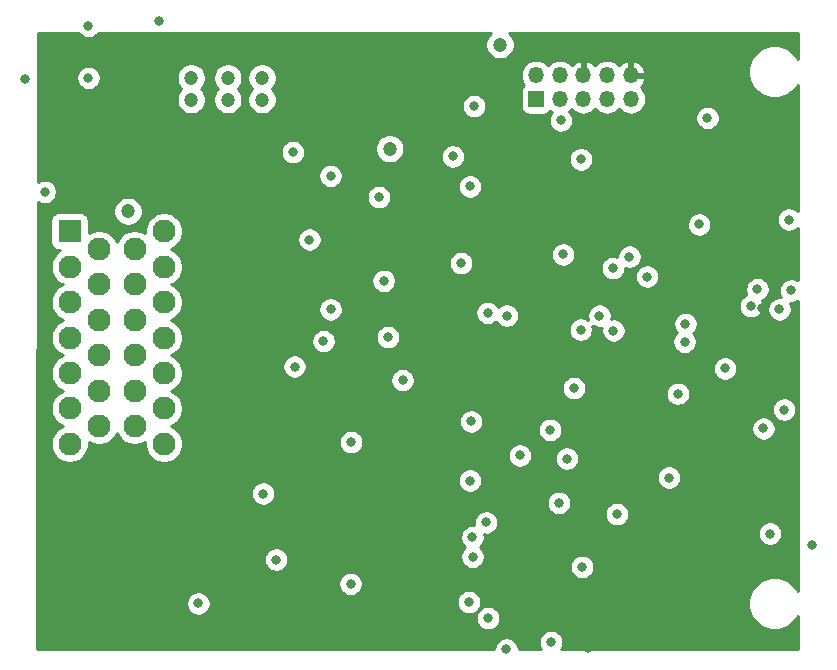
<source format=gbr>
G04 #@! TF.GenerationSoftware,KiCad,Pcbnew,(5.1.2-1)-1*
G04 #@! TF.CreationDate,2019-06-03T10:07:54+02:00*
G04 #@! TF.ProjectId,Dash,44617368-2e6b-4696-9361-645f70636258,rev?*
G04 #@! TF.SameCoordinates,Original*
G04 #@! TF.FileFunction,Copper,L3,Inr*
G04 #@! TF.FilePolarity,Positive*
%FSLAX46Y46*%
G04 Gerber Fmt 4.6, Leading zero omitted, Abs format (unit mm)*
G04 Created by KiCad (PCBNEW (5.1.2-1)-1) date 2019-06-03 10:07:54*
%MOMM*%
%LPD*%
G04 APERTURE LIST*
%ADD10O,1.350000X1.350000*%
%ADD11R,1.350000X1.350000*%
%ADD12R,1.950000X1.950000*%
%ADD13C,1.950000*%
%ADD14C,1.200000*%
%ADD15C,0.800000*%
%ADD16C,0.254000*%
G04 APERTURE END LIST*
D10*
X158800000Y-56700000D03*
X158800000Y-58700000D03*
X156800000Y-56700000D03*
X156800000Y-58700000D03*
X154800000Y-56700000D03*
X154800000Y-58700000D03*
X152800000Y-56700000D03*
X152800000Y-58700000D03*
X150800000Y-56700000D03*
D11*
X150800000Y-58700000D03*
D12*
X111300000Y-69900000D03*
D13*
X111300000Y-72900000D03*
X111300000Y-75900000D03*
X111300000Y-78900000D03*
X111300000Y-81900000D03*
X111300000Y-84900000D03*
X111300000Y-87900000D03*
X113800000Y-71400000D03*
X113800000Y-74400000D03*
X113800000Y-77400000D03*
X113800000Y-80400000D03*
X113800000Y-83400000D03*
X113800000Y-86400000D03*
X116800000Y-71400000D03*
X116800000Y-74400000D03*
X116800000Y-77400000D03*
X116800000Y-80400000D03*
X116800000Y-83400000D03*
X116800000Y-86400000D03*
X119300000Y-69900000D03*
X119300000Y-72900000D03*
X119300000Y-75900000D03*
X119300000Y-78900000D03*
X119300000Y-81900000D03*
X119300000Y-84900000D03*
X119300000Y-87900000D03*
D14*
X127600000Y-56900000D03*
X124700000Y-56900000D03*
X121600000Y-56900000D03*
D15*
X172200000Y-68900000D03*
X171400000Y-76500000D03*
X165300000Y-60300000D03*
X152900000Y-60500000D03*
X137500000Y-67000000D03*
X137900000Y-74100000D03*
X145200000Y-66100000D03*
X107500000Y-57000000D03*
X131600000Y-70600000D03*
X145100000Y-101300000D03*
X145400000Y-95800000D03*
X145200000Y-91000000D03*
X145300000Y-86000000D03*
X127700000Y-92100000D03*
X128800000Y-97700000D03*
X171800000Y-85000000D03*
X172400000Y-74900000D03*
X152080000Y-104690000D03*
X144450000Y-72600000D03*
X152000000Y-86700000D03*
X160200000Y-73730000D03*
X168980000Y-76230000D03*
X162800000Y-83650000D03*
X153400000Y-89150000D03*
X162050000Y-90750000D03*
X146698300Y-76800009D03*
X139500000Y-82500000D03*
X138250000Y-78850000D03*
D14*
X127600000Y-58750000D03*
X124700000Y-58750000D03*
X121600000Y-58750000D03*
D15*
X109200000Y-66550000D03*
X135150000Y-87750000D03*
X130350000Y-81350000D03*
X157650000Y-93850000D03*
X154700000Y-98300000D03*
D14*
X147750000Y-54100000D03*
D15*
X143750000Y-63550000D03*
X158700000Y-72050000D03*
X163450000Y-77740000D03*
X163370000Y-79260000D03*
X112900000Y-52500000D03*
X157350000Y-78310000D03*
X152740000Y-92890000D03*
X149430000Y-88880000D03*
X154010000Y-83170000D03*
X172200000Y-66800000D03*
X146700000Y-82300000D03*
X138800000Y-65800000D03*
X168300000Y-96600000D03*
X155180000Y-105190000D03*
X146580000Y-101190000D03*
X159710000Y-93240000D03*
X153640000Y-79250000D03*
X163400000Y-69100000D03*
X169961544Y-76421303D03*
X166500000Y-61650000D03*
X155650000Y-86750000D03*
X136150000Y-78800000D03*
X145200000Y-83000000D03*
X150300000Y-63050000D03*
D14*
X141600000Y-59500000D03*
X143300000Y-59500000D03*
X133100000Y-54000000D03*
D15*
X145550000Y-59300000D03*
X130200000Y-63200000D03*
X170600000Y-95500000D03*
X169530000Y-74790000D03*
X170040000Y-86590000D03*
X174200000Y-96500000D03*
X148317833Y-77042842D03*
X153100000Y-71850000D03*
X154600000Y-63800000D03*
X133400000Y-76500000D03*
X133400000Y-65200000D03*
X164610000Y-69310000D03*
X166800000Y-81500000D03*
X148280000Y-105290000D03*
X132800000Y-79200000D03*
X146575338Y-94545338D03*
X112900000Y-56900000D03*
X118900000Y-52075000D03*
D14*
X138400000Y-62900000D03*
D15*
X122200000Y-101400000D03*
D14*
X116250000Y-68200000D03*
D15*
X154580000Y-78230000D03*
X145420000Y-97460000D03*
X146730000Y-102640000D03*
X157300000Y-73020000D03*
X156160000Y-77040000D03*
X135100000Y-99750000D03*
D16*
G36*
X112096063Y-53159774D02*
G01*
X112240226Y-53303937D01*
X112409744Y-53417205D01*
X112598102Y-53495226D01*
X112798061Y-53535000D01*
X113001939Y-53535000D01*
X113201898Y-53495226D01*
X113390256Y-53417205D01*
X113559774Y-53303937D01*
X113703937Y-53159774D01*
X113725836Y-53127000D01*
X146983256Y-53127000D01*
X146962733Y-53140713D01*
X146790713Y-53312733D01*
X146655557Y-53515008D01*
X146562460Y-53739764D01*
X146515000Y-53978363D01*
X146515000Y-54221637D01*
X146562460Y-54460236D01*
X146655557Y-54684992D01*
X146790713Y-54887267D01*
X146962733Y-55059287D01*
X147165008Y-55194443D01*
X147389764Y-55287540D01*
X147628363Y-55335000D01*
X147871637Y-55335000D01*
X148110236Y-55287540D01*
X148334992Y-55194443D01*
X148537267Y-55059287D01*
X148709287Y-54887267D01*
X148844443Y-54684992D01*
X148937540Y-54460236D01*
X148985000Y-54221637D01*
X148985000Y-53978363D01*
X148937540Y-53739764D01*
X148844443Y-53515008D01*
X148709287Y-53312733D01*
X148537267Y-53140713D01*
X148516744Y-53127000D01*
X172973000Y-53127000D01*
X172973000Y-55329910D01*
X172736038Y-54975271D01*
X172424729Y-54663962D01*
X172058669Y-54419369D01*
X171651925Y-54250890D01*
X171220128Y-54165000D01*
X170779872Y-54165000D01*
X170348075Y-54250890D01*
X169941331Y-54419369D01*
X169575271Y-54663962D01*
X169263962Y-54975271D01*
X169019369Y-55341331D01*
X168850890Y-55748075D01*
X168765000Y-56179872D01*
X168765000Y-56620128D01*
X168850890Y-57051925D01*
X169019369Y-57458669D01*
X169263962Y-57824729D01*
X169575271Y-58136038D01*
X169941331Y-58380631D01*
X170348075Y-58549110D01*
X170779872Y-58635000D01*
X171220128Y-58635000D01*
X171651925Y-58549110D01*
X172058669Y-58380631D01*
X172424729Y-58136038D01*
X172736038Y-57824729D01*
X172973000Y-57470090D01*
X172973000Y-68209289D01*
X172859774Y-68096063D01*
X172690256Y-67982795D01*
X172501898Y-67904774D01*
X172301939Y-67865000D01*
X172098061Y-67865000D01*
X171898102Y-67904774D01*
X171709744Y-67982795D01*
X171540226Y-68096063D01*
X171396063Y-68240226D01*
X171282795Y-68409744D01*
X171204774Y-68598102D01*
X171165000Y-68798061D01*
X171165000Y-69001939D01*
X171204774Y-69201898D01*
X171282795Y-69390256D01*
X171396063Y-69559774D01*
X171540226Y-69703937D01*
X171709744Y-69817205D01*
X171898102Y-69895226D01*
X172098061Y-69935000D01*
X172301939Y-69935000D01*
X172501898Y-69895226D01*
X172690256Y-69817205D01*
X172859774Y-69703937D01*
X172973000Y-69590711D01*
X172973000Y-74038083D01*
X172890256Y-73982795D01*
X172701898Y-73904774D01*
X172501939Y-73865000D01*
X172298061Y-73865000D01*
X172098102Y-73904774D01*
X171909744Y-73982795D01*
X171740226Y-74096063D01*
X171596063Y-74240226D01*
X171482795Y-74409744D01*
X171404774Y-74598102D01*
X171365000Y-74798061D01*
X171365000Y-75001939D01*
X171404774Y-75201898D01*
X171482795Y-75390256D01*
X171537458Y-75472065D01*
X171501939Y-75465000D01*
X171298061Y-75465000D01*
X171098102Y-75504774D01*
X170909744Y-75582795D01*
X170740226Y-75696063D01*
X170596063Y-75840226D01*
X170482795Y-76009744D01*
X170404774Y-76198102D01*
X170365000Y-76398061D01*
X170365000Y-76601939D01*
X170404774Y-76801898D01*
X170482795Y-76990256D01*
X170596063Y-77159774D01*
X170740226Y-77303937D01*
X170909744Y-77417205D01*
X171098102Y-77495226D01*
X171298061Y-77535000D01*
X171501939Y-77535000D01*
X171701898Y-77495226D01*
X171890256Y-77417205D01*
X172059774Y-77303937D01*
X172203937Y-77159774D01*
X172317205Y-76990256D01*
X172395226Y-76801898D01*
X172435000Y-76601939D01*
X172435000Y-76398061D01*
X172395226Y-76198102D01*
X172317205Y-76009744D01*
X172262542Y-75927935D01*
X172298061Y-75935000D01*
X172501939Y-75935000D01*
X172701898Y-75895226D01*
X172890256Y-75817205D01*
X172973000Y-75761917D01*
X172973000Y-100329910D01*
X172736038Y-99975271D01*
X172424729Y-99663962D01*
X172058669Y-99419369D01*
X171651925Y-99250890D01*
X171220128Y-99165000D01*
X170779872Y-99165000D01*
X170348075Y-99250890D01*
X169941331Y-99419369D01*
X169575271Y-99663962D01*
X169263962Y-99975271D01*
X169019369Y-100341331D01*
X168850890Y-100748075D01*
X168765000Y-101179872D01*
X168765000Y-101620128D01*
X168850890Y-102051925D01*
X169019369Y-102458669D01*
X169263962Y-102824729D01*
X169575271Y-103136038D01*
X169941331Y-103380631D01*
X170348075Y-103549110D01*
X170779872Y-103635000D01*
X171220128Y-103635000D01*
X171651925Y-103549110D01*
X172058669Y-103380631D01*
X172424729Y-103136038D01*
X172736038Y-102824729D01*
X172973000Y-102470090D01*
X172973000Y-105273000D01*
X152935236Y-105273000D01*
X152997205Y-105180256D01*
X153075226Y-104991898D01*
X153115000Y-104791939D01*
X153115000Y-104588061D01*
X153075226Y-104388102D01*
X152997205Y-104199744D01*
X152883937Y-104030226D01*
X152739774Y-103886063D01*
X152570256Y-103772795D01*
X152381898Y-103694774D01*
X152181939Y-103655000D01*
X151978061Y-103655000D01*
X151778102Y-103694774D01*
X151589744Y-103772795D01*
X151420226Y-103886063D01*
X151276063Y-104030226D01*
X151162795Y-104199744D01*
X151084774Y-104388102D01*
X151045000Y-104588061D01*
X151045000Y-104791939D01*
X151084774Y-104991898D01*
X151162795Y-105180256D01*
X151224764Y-105273000D01*
X149315000Y-105273000D01*
X149315000Y-105188061D01*
X149275226Y-104988102D01*
X149197205Y-104799744D01*
X149083937Y-104630226D01*
X148939774Y-104486063D01*
X148770256Y-104372795D01*
X148581898Y-104294774D01*
X148381939Y-104255000D01*
X148178061Y-104255000D01*
X147978102Y-104294774D01*
X147789744Y-104372795D01*
X147620226Y-104486063D01*
X147476063Y-104630226D01*
X147362795Y-104799744D01*
X147284774Y-104988102D01*
X147245000Y-105188061D01*
X147245000Y-105273000D01*
X108527243Y-105273000D01*
X108532461Y-102538061D01*
X145695000Y-102538061D01*
X145695000Y-102741939D01*
X145734774Y-102941898D01*
X145812795Y-103130256D01*
X145926063Y-103299774D01*
X146070226Y-103443937D01*
X146239744Y-103557205D01*
X146428102Y-103635226D01*
X146628061Y-103675000D01*
X146831939Y-103675000D01*
X147031898Y-103635226D01*
X147220256Y-103557205D01*
X147389774Y-103443937D01*
X147533937Y-103299774D01*
X147647205Y-103130256D01*
X147725226Y-102941898D01*
X147765000Y-102741939D01*
X147765000Y-102538061D01*
X147725226Y-102338102D01*
X147647205Y-102149744D01*
X147533937Y-101980226D01*
X147389774Y-101836063D01*
X147220256Y-101722795D01*
X147031898Y-101644774D01*
X146831939Y-101605000D01*
X146628061Y-101605000D01*
X146428102Y-101644774D01*
X146239744Y-101722795D01*
X146070226Y-101836063D01*
X145926063Y-101980226D01*
X145812795Y-102149744D01*
X145734774Y-102338102D01*
X145695000Y-102538061D01*
X108532461Y-102538061D01*
X108534828Y-101298061D01*
X121165000Y-101298061D01*
X121165000Y-101501939D01*
X121204774Y-101701898D01*
X121282795Y-101890256D01*
X121396063Y-102059774D01*
X121540226Y-102203937D01*
X121709744Y-102317205D01*
X121898102Y-102395226D01*
X122098061Y-102435000D01*
X122301939Y-102435000D01*
X122501898Y-102395226D01*
X122690256Y-102317205D01*
X122859774Y-102203937D01*
X123003937Y-102059774D01*
X123117205Y-101890256D01*
X123195226Y-101701898D01*
X123235000Y-101501939D01*
X123235000Y-101298061D01*
X123215109Y-101198061D01*
X144065000Y-101198061D01*
X144065000Y-101401939D01*
X144104774Y-101601898D01*
X144182795Y-101790256D01*
X144296063Y-101959774D01*
X144440226Y-102103937D01*
X144609744Y-102217205D01*
X144798102Y-102295226D01*
X144998061Y-102335000D01*
X145201939Y-102335000D01*
X145401898Y-102295226D01*
X145590256Y-102217205D01*
X145759774Y-102103937D01*
X145903937Y-101959774D01*
X146017205Y-101790256D01*
X146095226Y-101601898D01*
X146135000Y-101401939D01*
X146135000Y-101198061D01*
X146095226Y-100998102D01*
X146017205Y-100809744D01*
X145903937Y-100640226D01*
X145759774Y-100496063D01*
X145590256Y-100382795D01*
X145401898Y-100304774D01*
X145201939Y-100265000D01*
X144998061Y-100265000D01*
X144798102Y-100304774D01*
X144609744Y-100382795D01*
X144440226Y-100496063D01*
X144296063Y-100640226D01*
X144182795Y-100809744D01*
X144104774Y-100998102D01*
X144065000Y-101198061D01*
X123215109Y-101198061D01*
X123195226Y-101098102D01*
X123117205Y-100909744D01*
X123003937Y-100740226D01*
X122859774Y-100596063D01*
X122690256Y-100482795D01*
X122501898Y-100404774D01*
X122301939Y-100365000D01*
X122098061Y-100365000D01*
X121898102Y-100404774D01*
X121709744Y-100482795D01*
X121540226Y-100596063D01*
X121396063Y-100740226D01*
X121282795Y-100909744D01*
X121204774Y-101098102D01*
X121165000Y-101298061D01*
X108534828Y-101298061D01*
X108537976Y-99648061D01*
X134065000Y-99648061D01*
X134065000Y-99851939D01*
X134104774Y-100051898D01*
X134182795Y-100240256D01*
X134296063Y-100409774D01*
X134440226Y-100553937D01*
X134609744Y-100667205D01*
X134798102Y-100745226D01*
X134998061Y-100785000D01*
X135201939Y-100785000D01*
X135401898Y-100745226D01*
X135590256Y-100667205D01*
X135759774Y-100553937D01*
X135903937Y-100409774D01*
X136017205Y-100240256D01*
X136095226Y-100051898D01*
X136135000Y-99851939D01*
X136135000Y-99648061D01*
X136095226Y-99448102D01*
X136017205Y-99259744D01*
X135903937Y-99090226D01*
X135759774Y-98946063D01*
X135590256Y-98832795D01*
X135401898Y-98754774D01*
X135201939Y-98715000D01*
X134998061Y-98715000D01*
X134798102Y-98754774D01*
X134609744Y-98832795D01*
X134440226Y-98946063D01*
X134296063Y-99090226D01*
X134182795Y-99259744D01*
X134104774Y-99448102D01*
X134065000Y-99648061D01*
X108537976Y-99648061D01*
X108541889Y-97598061D01*
X127765000Y-97598061D01*
X127765000Y-97801939D01*
X127804774Y-98001898D01*
X127882795Y-98190256D01*
X127996063Y-98359774D01*
X128140226Y-98503937D01*
X128309744Y-98617205D01*
X128498102Y-98695226D01*
X128698061Y-98735000D01*
X128901939Y-98735000D01*
X129101898Y-98695226D01*
X129290256Y-98617205D01*
X129459774Y-98503937D01*
X129603937Y-98359774D01*
X129717205Y-98190256D01*
X129795226Y-98001898D01*
X129835000Y-97801939D01*
X129835000Y-97598061D01*
X129795226Y-97398102D01*
X129717205Y-97209744D01*
X129603937Y-97040226D01*
X129459774Y-96896063D01*
X129290256Y-96782795D01*
X129101898Y-96704774D01*
X128901939Y-96665000D01*
X128698061Y-96665000D01*
X128498102Y-96704774D01*
X128309744Y-96782795D01*
X128140226Y-96896063D01*
X127996063Y-97040226D01*
X127882795Y-97209744D01*
X127804774Y-97398102D01*
X127765000Y-97598061D01*
X108541889Y-97598061D01*
X108545514Y-95698061D01*
X144365000Y-95698061D01*
X144365000Y-95901939D01*
X144404774Y-96101898D01*
X144482795Y-96290256D01*
X144596063Y-96459774D01*
X144740226Y-96603937D01*
X144789232Y-96636682D01*
X144760226Y-96656063D01*
X144616063Y-96800226D01*
X144502795Y-96969744D01*
X144424774Y-97158102D01*
X144385000Y-97358061D01*
X144385000Y-97561939D01*
X144424774Y-97761898D01*
X144502795Y-97950256D01*
X144616063Y-98119774D01*
X144760226Y-98263937D01*
X144929744Y-98377205D01*
X145118102Y-98455226D01*
X145318061Y-98495000D01*
X145521939Y-98495000D01*
X145721898Y-98455226D01*
X145910256Y-98377205D01*
X146079774Y-98263937D01*
X146145650Y-98198061D01*
X153665000Y-98198061D01*
X153665000Y-98401939D01*
X153704774Y-98601898D01*
X153782795Y-98790256D01*
X153896063Y-98959774D01*
X154040226Y-99103937D01*
X154209744Y-99217205D01*
X154398102Y-99295226D01*
X154598061Y-99335000D01*
X154801939Y-99335000D01*
X155001898Y-99295226D01*
X155190256Y-99217205D01*
X155359774Y-99103937D01*
X155503937Y-98959774D01*
X155617205Y-98790256D01*
X155695226Y-98601898D01*
X155735000Y-98401939D01*
X155735000Y-98198061D01*
X155695226Y-97998102D01*
X155617205Y-97809744D01*
X155503937Y-97640226D01*
X155359774Y-97496063D01*
X155190256Y-97382795D01*
X155001898Y-97304774D01*
X154801939Y-97265000D01*
X154598061Y-97265000D01*
X154398102Y-97304774D01*
X154209744Y-97382795D01*
X154040226Y-97496063D01*
X153896063Y-97640226D01*
X153782795Y-97809744D01*
X153704774Y-97998102D01*
X153665000Y-98198061D01*
X146145650Y-98198061D01*
X146223937Y-98119774D01*
X146337205Y-97950256D01*
X146415226Y-97761898D01*
X146455000Y-97561939D01*
X146455000Y-97358061D01*
X146415226Y-97158102D01*
X146337205Y-96969744D01*
X146223937Y-96800226D01*
X146079774Y-96656063D01*
X146030768Y-96623318D01*
X146059774Y-96603937D01*
X146203937Y-96459774D01*
X146317205Y-96290256D01*
X146395226Y-96101898D01*
X146435000Y-95901939D01*
X146435000Y-95698061D01*
X146409037Y-95567536D01*
X146473399Y-95580338D01*
X146677277Y-95580338D01*
X146877236Y-95540564D01*
X147065594Y-95462543D01*
X147162098Y-95398061D01*
X169565000Y-95398061D01*
X169565000Y-95601939D01*
X169604774Y-95801898D01*
X169682795Y-95990256D01*
X169796063Y-96159774D01*
X169940226Y-96303937D01*
X170109744Y-96417205D01*
X170298102Y-96495226D01*
X170498061Y-96535000D01*
X170701939Y-96535000D01*
X170901898Y-96495226D01*
X171090256Y-96417205D01*
X171259774Y-96303937D01*
X171403937Y-96159774D01*
X171517205Y-95990256D01*
X171595226Y-95801898D01*
X171635000Y-95601939D01*
X171635000Y-95398061D01*
X171595226Y-95198102D01*
X171517205Y-95009744D01*
X171403937Y-94840226D01*
X171259774Y-94696063D01*
X171090256Y-94582795D01*
X170901898Y-94504774D01*
X170701939Y-94465000D01*
X170498061Y-94465000D01*
X170298102Y-94504774D01*
X170109744Y-94582795D01*
X169940226Y-94696063D01*
X169796063Y-94840226D01*
X169682795Y-95009744D01*
X169604774Y-95198102D01*
X169565000Y-95398061D01*
X147162098Y-95398061D01*
X147235112Y-95349275D01*
X147379275Y-95205112D01*
X147492543Y-95035594D01*
X147570564Y-94847236D01*
X147610338Y-94647277D01*
X147610338Y-94443399D01*
X147570564Y-94243440D01*
X147492543Y-94055082D01*
X147379275Y-93885564D01*
X147235112Y-93741401D01*
X147065594Y-93628133D01*
X146877236Y-93550112D01*
X146677277Y-93510338D01*
X146473399Y-93510338D01*
X146273440Y-93550112D01*
X146085082Y-93628133D01*
X145915564Y-93741401D01*
X145771401Y-93885564D01*
X145658133Y-94055082D01*
X145580112Y-94243440D01*
X145540338Y-94443399D01*
X145540338Y-94647277D01*
X145566301Y-94777802D01*
X145501939Y-94765000D01*
X145298061Y-94765000D01*
X145098102Y-94804774D01*
X144909744Y-94882795D01*
X144740226Y-94996063D01*
X144596063Y-95140226D01*
X144482795Y-95309744D01*
X144404774Y-95498102D01*
X144365000Y-95698061D01*
X108545514Y-95698061D01*
X108552576Y-91998061D01*
X126665000Y-91998061D01*
X126665000Y-92201939D01*
X126704774Y-92401898D01*
X126782795Y-92590256D01*
X126896063Y-92759774D01*
X127040226Y-92903937D01*
X127209744Y-93017205D01*
X127398102Y-93095226D01*
X127598061Y-93135000D01*
X127801939Y-93135000D01*
X128001898Y-93095226D01*
X128190256Y-93017205D01*
X128359774Y-92903937D01*
X128475650Y-92788061D01*
X151705000Y-92788061D01*
X151705000Y-92991939D01*
X151744774Y-93191898D01*
X151822795Y-93380256D01*
X151936063Y-93549774D01*
X152080226Y-93693937D01*
X152249744Y-93807205D01*
X152438102Y-93885226D01*
X152638061Y-93925000D01*
X152841939Y-93925000D01*
X153041898Y-93885226D01*
X153230256Y-93807205D01*
X153318771Y-93748061D01*
X156615000Y-93748061D01*
X156615000Y-93951939D01*
X156654774Y-94151898D01*
X156732795Y-94340256D01*
X156846063Y-94509774D01*
X156990226Y-94653937D01*
X157159744Y-94767205D01*
X157348102Y-94845226D01*
X157548061Y-94885000D01*
X157751939Y-94885000D01*
X157951898Y-94845226D01*
X158140256Y-94767205D01*
X158309774Y-94653937D01*
X158453937Y-94509774D01*
X158567205Y-94340256D01*
X158645226Y-94151898D01*
X158685000Y-93951939D01*
X158685000Y-93748061D01*
X158645226Y-93548102D01*
X158567205Y-93359744D01*
X158453937Y-93190226D01*
X158309774Y-93046063D01*
X158140256Y-92932795D01*
X157951898Y-92854774D01*
X157751939Y-92815000D01*
X157548061Y-92815000D01*
X157348102Y-92854774D01*
X157159744Y-92932795D01*
X156990226Y-93046063D01*
X156846063Y-93190226D01*
X156732795Y-93359744D01*
X156654774Y-93548102D01*
X156615000Y-93748061D01*
X153318771Y-93748061D01*
X153399774Y-93693937D01*
X153543937Y-93549774D01*
X153657205Y-93380256D01*
X153735226Y-93191898D01*
X153775000Y-92991939D01*
X153775000Y-92788061D01*
X153735226Y-92588102D01*
X153657205Y-92399744D01*
X153543937Y-92230226D01*
X153399774Y-92086063D01*
X153230256Y-91972795D01*
X153041898Y-91894774D01*
X152841939Y-91855000D01*
X152638061Y-91855000D01*
X152438102Y-91894774D01*
X152249744Y-91972795D01*
X152080226Y-92086063D01*
X151936063Y-92230226D01*
X151822795Y-92399744D01*
X151744774Y-92588102D01*
X151705000Y-92788061D01*
X128475650Y-92788061D01*
X128503937Y-92759774D01*
X128617205Y-92590256D01*
X128695226Y-92401898D01*
X128735000Y-92201939D01*
X128735000Y-91998061D01*
X128695226Y-91798102D01*
X128617205Y-91609744D01*
X128503937Y-91440226D01*
X128359774Y-91296063D01*
X128190256Y-91182795D01*
X128001898Y-91104774D01*
X127801939Y-91065000D01*
X127598061Y-91065000D01*
X127398102Y-91104774D01*
X127209744Y-91182795D01*
X127040226Y-91296063D01*
X126896063Y-91440226D01*
X126782795Y-91609744D01*
X126704774Y-91798102D01*
X126665000Y-91998061D01*
X108552576Y-91998061D01*
X108554675Y-90898061D01*
X144165000Y-90898061D01*
X144165000Y-91101939D01*
X144204774Y-91301898D01*
X144282795Y-91490256D01*
X144396063Y-91659774D01*
X144540226Y-91803937D01*
X144709744Y-91917205D01*
X144898102Y-91995226D01*
X145098061Y-92035000D01*
X145301939Y-92035000D01*
X145501898Y-91995226D01*
X145690256Y-91917205D01*
X145859774Y-91803937D01*
X146003937Y-91659774D01*
X146117205Y-91490256D01*
X146195226Y-91301898D01*
X146235000Y-91101939D01*
X146235000Y-90898061D01*
X146195226Y-90698102D01*
X146174499Y-90648061D01*
X161015000Y-90648061D01*
X161015000Y-90851939D01*
X161054774Y-91051898D01*
X161132795Y-91240256D01*
X161246063Y-91409774D01*
X161390226Y-91553937D01*
X161559744Y-91667205D01*
X161748102Y-91745226D01*
X161948061Y-91785000D01*
X162151939Y-91785000D01*
X162351898Y-91745226D01*
X162540256Y-91667205D01*
X162709774Y-91553937D01*
X162853937Y-91409774D01*
X162967205Y-91240256D01*
X163045226Y-91051898D01*
X163085000Y-90851939D01*
X163085000Y-90648061D01*
X163045226Y-90448102D01*
X162967205Y-90259744D01*
X162853937Y-90090226D01*
X162709774Y-89946063D01*
X162540256Y-89832795D01*
X162351898Y-89754774D01*
X162151939Y-89715000D01*
X161948061Y-89715000D01*
X161748102Y-89754774D01*
X161559744Y-89832795D01*
X161390226Y-89946063D01*
X161246063Y-90090226D01*
X161132795Y-90259744D01*
X161054774Y-90448102D01*
X161015000Y-90648061D01*
X146174499Y-90648061D01*
X146117205Y-90509744D01*
X146003937Y-90340226D01*
X145859774Y-90196063D01*
X145690256Y-90082795D01*
X145501898Y-90004774D01*
X145301939Y-89965000D01*
X145098061Y-89965000D01*
X144898102Y-90004774D01*
X144709744Y-90082795D01*
X144540226Y-90196063D01*
X144396063Y-90340226D01*
X144282795Y-90509744D01*
X144204774Y-90698102D01*
X144165000Y-90898061D01*
X108554675Y-90898061D01*
X108596609Y-68925000D01*
X109686928Y-68925000D01*
X109686928Y-70875000D01*
X109699188Y-70999482D01*
X109735498Y-71119180D01*
X109794463Y-71229494D01*
X109873815Y-71326185D01*
X109970506Y-71405537D01*
X110080820Y-71464502D01*
X110200518Y-71500812D01*
X110325000Y-71513072D01*
X110477761Y-71513072D01*
X110273685Y-71649431D01*
X110049431Y-71873685D01*
X109873237Y-72137379D01*
X109751871Y-72430380D01*
X109690000Y-72741429D01*
X109690000Y-73058571D01*
X109751871Y-73369620D01*
X109873237Y-73662621D01*
X110049431Y-73926315D01*
X110273685Y-74150569D01*
X110537379Y-74326763D01*
X110714187Y-74400000D01*
X110537379Y-74473237D01*
X110273685Y-74649431D01*
X110049431Y-74873685D01*
X109873237Y-75137379D01*
X109751871Y-75430380D01*
X109690000Y-75741429D01*
X109690000Y-76058571D01*
X109751871Y-76369620D01*
X109873237Y-76662621D01*
X110049431Y-76926315D01*
X110273685Y-77150569D01*
X110537379Y-77326763D01*
X110714187Y-77400000D01*
X110537379Y-77473237D01*
X110273685Y-77649431D01*
X110049431Y-77873685D01*
X109873237Y-78137379D01*
X109751871Y-78430380D01*
X109690000Y-78741429D01*
X109690000Y-79058571D01*
X109751871Y-79369620D01*
X109873237Y-79662621D01*
X110049431Y-79926315D01*
X110273685Y-80150569D01*
X110537379Y-80326763D01*
X110714187Y-80400000D01*
X110537379Y-80473237D01*
X110273685Y-80649431D01*
X110049431Y-80873685D01*
X109873237Y-81137379D01*
X109751871Y-81430380D01*
X109690000Y-81741429D01*
X109690000Y-82058571D01*
X109751871Y-82369620D01*
X109873237Y-82662621D01*
X110049431Y-82926315D01*
X110273685Y-83150569D01*
X110537379Y-83326763D01*
X110714187Y-83400000D01*
X110537379Y-83473237D01*
X110273685Y-83649431D01*
X110049431Y-83873685D01*
X109873237Y-84137379D01*
X109751871Y-84430380D01*
X109690000Y-84741429D01*
X109690000Y-85058571D01*
X109751871Y-85369620D01*
X109873237Y-85662621D01*
X110049431Y-85926315D01*
X110273685Y-86150569D01*
X110537379Y-86326763D01*
X110714187Y-86400000D01*
X110537379Y-86473237D01*
X110273685Y-86649431D01*
X110049431Y-86873685D01*
X109873237Y-87137379D01*
X109751871Y-87430380D01*
X109690000Y-87741429D01*
X109690000Y-88058571D01*
X109751871Y-88369620D01*
X109873237Y-88662621D01*
X110049431Y-88926315D01*
X110273685Y-89150569D01*
X110537379Y-89326763D01*
X110830380Y-89448129D01*
X111141429Y-89510000D01*
X111458571Y-89510000D01*
X111769620Y-89448129D01*
X112062621Y-89326763D01*
X112326315Y-89150569D01*
X112550569Y-88926315D01*
X112726763Y-88662621D01*
X112848129Y-88369620D01*
X112910000Y-88058571D01*
X112910000Y-87741651D01*
X113037379Y-87826763D01*
X113330380Y-87948129D01*
X113641429Y-88010000D01*
X113958571Y-88010000D01*
X114269620Y-87948129D01*
X114562621Y-87826763D01*
X114826315Y-87650569D01*
X115050569Y-87426315D01*
X115226763Y-87162621D01*
X115300000Y-86985813D01*
X115373237Y-87162621D01*
X115549431Y-87426315D01*
X115773685Y-87650569D01*
X116037379Y-87826763D01*
X116330380Y-87948129D01*
X116641429Y-88010000D01*
X116958571Y-88010000D01*
X117269620Y-87948129D01*
X117562621Y-87826763D01*
X117690000Y-87741651D01*
X117690000Y-88058571D01*
X117751871Y-88369620D01*
X117873237Y-88662621D01*
X118049431Y-88926315D01*
X118273685Y-89150569D01*
X118537379Y-89326763D01*
X118830380Y-89448129D01*
X119141429Y-89510000D01*
X119458571Y-89510000D01*
X119769620Y-89448129D01*
X120062621Y-89326763D01*
X120326315Y-89150569D01*
X120550569Y-88926315D01*
X120726763Y-88662621D01*
X120848129Y-88369620D01*
X120910000Y-88058571D01*
X120910000Y-87741429D01*
X120891429Y-87648061D01*
X134115000Y-87648061D01*
X134115000Y-87851939D01*
X134154774Y-88051898D01*
X134232795Y-88240256D01*
X134346063Y-88409774D01*
X134490226Y-88553937D01*
X134659744Y-88667205D01*
X134848102Y-88745226D01*
X135048061Y-88785000D01*
X135251939Y-88785000D01*
X135286823Y-88778061D01*
X148395000Y-88778061D01*
X148395000Y-88981939D01*
X148434774Y-89181898D01*
X148512795Y-89370256D01*
X148626063Y-89539774D01*
X148770226Y-89683937D01*
X148939744Y-89797205D01*
X149128102Y-89875226D01*
X149328061Y-89915000D01*
X149531939Y-89915000D01*
X149731898Y-89875226D01*
X149920256Y-89797205D01*
X150089774Y-89683937D01*
X150233937Y-89539774D01*
X150347205Y-89370256D01*
X150425226Y-89181898D01*
X150451847Y-89048061D01*
X152365000Y-89048061D01*
X152365000Y-89251939D01*
X152404774Y-89451898D01*
X152482795Y-89640256D01*
X152596063Y-89809774D01*
X152740226Y-89953937D01*
X152909744Y-90067205D01*
X153098102Y-90145226D01*
X153298061Y-90185000D01*
X153501939Y-90185000D01*
X153701898Y-90145226D01*
X153890256Y-90067205D01*
X154059774Y-89953937D01*
X154203937Y-89809774D01*
X154317205Y-89640256D01*
X154395226Y-89451898D01*
X154435000Y-89251939D01*
X154435000Y-89048061D01*
X154395226Y-88848102D01*
X154317205Y-88659744D01*
X154203937Y-88490226D01*
X154059774Y-88346063D01*
X153890256Y-88232795D01*
X153701898Y-88154774D01*
X153501939Y-88115000D01*
X153298061Y-88115000D01*
X153098102Y-88154774D01*
X152909744Y-88232795D01*
X152740226Y-88346063D01*
X152596063Y-88490226D01*
X152482795Y-88659744D01*
X152404774Y-88848102D01*
X152365000Y-89048061D01*
X150451847Y-89048061D01*
X150465000Y-88981939D01*
X150465000Y-88778061D01*
X150425226Y-88578102D01*
X150347205Y-88389744D01*
X150233937Y-88220226D01*
X150089774Y-88076063D01*
X149920256Y-87962795D01*
X149731898Y-87884774D01*
X149531939Y-87845000D01*
X149328061Y-87845000D01*
X149128102Y-87884774D01*
X148939744Y-87962795D01*
X148770226Y-88076063D01*
X148626063Y-88220226D01*
X148512795Y-88389744D01*
X148434774Y-88578102D01*
X148395000Y-88778061D01*
X135286823Y-88778061D01*
X135451898Y-88745226D01*
X135640256Y-88667205D01*
X135809774Y-88553937D01*
X135953937Y-88409774D01*
X136067205Y-88240256D01*
X136145226Y-88051898D01*
X136185000Y-87851939D01*
X136185000Y-87648061D01*
X136145226Y-87448102D01*
X136067205Y-87259744D01*
X135953937Y-87090226D01*
X135809774Y-86946063D01*
X135640256Y-86832795D01*
X135451898Y-86754774D01*
X135251939Y-86715000D01*
X135048061Y-86715000D01*
X134848102Y-86754774D01*
X134659744Y-86832795D01*
X134490226Y-86946063D01*
X134346063Y-87090226D01*
X134232795Y-87259744D01*
X134154774Y-87448102D01*
X134115000Y-87648061D01*
X120891429Y-87648061D01*
X120848129Y-87430380D01*
X120726763Y-87137379D01*
X120550569Y-86873685D01*
X120326315Y-86649431D01*
X120062621Y-86473237D01*
X119885813Y-86400000D01*
X120062621Y-86326763D01*
X120326315Y-86150569D01*
X120550569Y-85926315D01*
X120569447Y-85898061D01*
X144265000Y-85898061D01*
X144265000Y-86101939D01*
X144304774Y-86301898D01*
X144382795Y-86490256D01*
X144496063Y-86659774D01*
X144640226Y-86803937D01*
X144809744Y-86917205D01*
X144998102Y-86995226D01*
X145198061Y-87035000D01*
X145401939Y-87035000D01*
X145601898Y-86995226D01*
X145790256Y-86917205D01*
X145959774Y-86803937D01*
X146103937Y-86659774D01*
X146145172Y-86598061D01*
X150965000Y-86598061D01*
X150965000Y-86801939D01*
X151004774Y-87001898D01*
X151082795Y-87190256D01*
X151196063Y-87359774D01*
X151340226Y-87503937D01*
X151509744Y-87617205D01*
X151698102Y-87695226D01*
X151898061Y-87735000D01*
X152101939Y-87735000D01*
X152301898Y-87695226D01*
X152490256Y-87617205D01*
X152659774Y-87503937D01*
X152803937Y-87359774D01*
X152917205Y-87190256D01*
X152995226Y-87001898D01*
X153035000Y-86801939D01*
X153035000Y-86598061D01*
X153013120Y-86488061D01*
X169005000Y-86488061D01*
X169005000Y-86691939D01*
X169044774Y-86891898D01*
X169122795Y-87080256D01*
X169236063Y-87249774D01*
X169380226Y-87393937D01*
X169549744Y-87507205D01*
X169738102Y-87585226D01*
X169938061Y-87625000D01*
X170141939Y-87625000D01*
X170341898Y-87585226D01*
X170530256Y-87507205D01*
X170699774Y-87393937D01*
X170843937Y-87249774D01*
X170957205Y-87080256D01*
X171035226Y-86891898D01*
X171075000Y-86691939D01*
X171075000Y-86488061D01*
X171035226Y-86288102D01*
X170957205Y-86099744D01*
X170843937Y-85930226D01*
X170699774Y-85786063D01*
X170530256Y-85672795D01*
X170341898Y-85594774D01*
X170141939Y-85555000D01*
X169938061Y-85555000D01*
X169738102Y-85594774D01*
X169549744Y-85672795D01*
X169380226Y-85786063D01*
X169236063Y-85930226D01*
X169122795Y-86099744D01*
X169044774Y-86288102D01*
X169005000Y-86488061D01*
X153013120Y-86488061D01*
X152995226Y-86398102D01*
X152917205Y-86209744D01*
X152803937Y-86040226D01*
X152659774Y-85896063D01*
X152490256Y-85782795D01*
X152301898Y-85704774D01*
X152101939Y-85665000D01*
X151898061Y-85665000D01*
X151698102Y-85704774D01*
X151509744Y-85782795D01*
X151340226Y-85896063D01*
X151196063Y-86040226D01*
X151082795Y-86209744D01*
X151004774Y-86398102D01*
X150965000Y-86598061D01*
X146145172Y-86598061D01*
X146217205Y-86490256D01*
X146295226Y-86301898D01*
X146335000Y-86101939D01*
X146335000Y-85898061D01*
X146295226Y-85698102D01*
X146217205Y-85509744D01*
X146103937Y-85340226D01*
X145959774Y-85196063D01*
X145790256Y-85082795D01*
X145601898Y-85004774D01*
X145401939Y-84965000D01*
X145198061Y-84965000D01*
X144998102Y-85004774D01*
X144809744Y-85082795D01*
X144640226Y-85196063D01*
X144496063Y-85340226D01*
X144382795Y-85509744D01*
X144304774Y-85698102D01*
X144265000Y-85898061D01*
X120569447Y-85898061D01*
X120726763Y-85662621D01*
X120848129Y-85369620D01*
X120910000Y-85058571D01*
X120910000Y-84898061D01*
X170765000Y-84898061D01*
X170765000Y-85101939D01*
X170804774Y-85301898D01*
X170882795Y-85490256D01*
X170996063Y-85659774D01*
X171140226Y-85803937D01*
X171309744Y-85917205D01*
X171498102Y-85995226D01*
X171698061Y-86035000D01*
X171901939Y-86035000D01*
X172101898Y-85995226D01*
X172290256Y-85917205D01*
X172459774Y-85803937D01*
X172603937Y-85659774D01*
X172717205Y-85490256D01*
X172795226Y-85301898D01*
X172835000Y-85101939D01*
X172835000Y-84898061D01*
X172795226Y-84698102D01*
X172717205Y-84509744D01*
X172603937Y-84340226D01*
X172459774Y-84196063D01*
X172290256Y-84082795D01*
X172101898Y-84004774D01*
X171901939Y-83965000D01*
X171698061Y-83965000D01*
X171498102Y-84004774D01*
X171309744Y-84082795D01*
X171140226Y-84196063D01*
X170996063Y-84340226D01*
X170882795Y-84509744D01*
X170804774Y-84698102D01*
X170765000Y-84898061D01*
X120910000Y-84898061D01*
X120910000Y-84741429D01*
X120848129Y-84430380D01*
X120726763Y-84137379D01*
X120550569Y-83873685D01*
X120326315Y-83649431D01*
X120062621Y-83473237D01*
X119885813Y-83400000D01*
X120062621Y-83326763D01*
X120326315Y-83150569D01*
X120550569Y-82926315D01*
X120726763Y-82662621D01*
X120836348Y-82398061D01*
X138465000Y-82398061D01*
X138465000Y-82601939D01*
X138504774Y-82801898D01*
X138582795Y-82990256D01*
X138696063Y-83159774D01*
X138840226Y-83303937D01*
X139009744Y-83417205D01*
X139198102Y-83495226D01*
X139398061Y-83535000D01*
X139601939Y-83535000D01*
X139801898Y-83495226D01*
X139990256Y-83417205D01*
X140159774Y-83303937D01*
X140303937Y-83159774D01*
X140365217Y-83068061D01*
X152975000Y-83068061D01*
X152975000Y-83271939D01*
X153014774Y-83471898D01*
X153092795Y-83660256D01*
X153206063Y-83829774D01*
X153350226Y-83973937D01*
X153519744Y-84087205D01*
X153708102Y-84165226D01*
X153908061Y-84205000D01*
X154111939Y-84205000D01*
X154311898Y-84165226D01*
X154500256Y-84087205D01*
X154669774Y-83973937D01*
X154813937Y-83829774D01*
X154927205Y-83660256D01*
X154973678Y-83548061D01*
X161765000Y-83548061D01*
X161765000Y-83751939D01*
X161804774Y-83951898D01*
X161882795Y-84140256D01*
X161996063Y-84309774D01*
X162140226Y-84453937D01*
X162309744Y-84567205D01*
X162498102Y-84645226D01*
X162698061Y-84685000D01*
X162901939Y-84685000D01*
X163101898Y-84645226D01*
X163290256Y-84567205D01*
X163459774Y-84453937D01*
X163603937Y-84309774D01*
X163717205Y-84140256D01*
X163795226Y-83951898D01*
X163835000Y-83751939D01*
X163835000Y-83548061D01*
X163795226Y-83348102D01*
X163717205Y-83159744D01*
X163603937Y-82990226D01*
X163459774Y-82846063D01*
X163290256Y-82732795D01*
X163101898Y-82654774D01*
X162901939Y-82615000D01*
X162698061Y-82615000D01*
X162498102Y-82654774D01*
X162309744Y-82732795D01*
X162140226Y-82846063D01*
X161996063Y-82990226D01*
X161882795Y-83159744D01*
X161804774Y-83348102D01*
X161765000Y-83548061D01*
X154973678Y-83548061D01*
X155005226Y-83471898D01*
X155045000Y-83271939D01*
X155045000Y-83068061D01*
X155005226Y-82868102D01*
X154927205Y-82679744D01*
X154813937Y-82510226D01*
X154669774Y-82366063D01*
X154500256Y-82252795D01*
X154311898Y-82174774D01*
X154111939Y-82135000D01*
X153908061Y-82135000D01*
X153708102Y-82174774D01*
X153519744Y-82252795D01*
X153350226Y-82366063D01*
X153206063Y-82510226D01*
X153092795Y-82679744D01*
X153014774Y-82868102D01*
X152975000Y-83068061D01*
X140365217Y-83068061D01*
X140417205Y-82990256D01*
X140495226Y-82801898D01*
X140535000Y-82601939D01*
X140535000Y-82398061D01*
X140495226Y-82198102D01*
X140417205Y-82009744D01*
X140303937Y-81840226D01*
X140159774Y-81696063D01*
X139990256Y-81582795D01*
X139801898Y-81504774D01*
X139601939Y-81465000D01*
X139398061Y-81465000D01*
X139198102Y-81504774D01*
X139009744Y-81582795D01*
X138840226Y-81696063D01*
X138696063Y-81840226D01*
X138582795Y-82009744D01*
X138504774Y-82198102D01*
X138465000Y-82398061D01*
X120836348Y-82398061D01*
X120848129Y-82369620D01*
X120910000Y-82058571D01*
X120910000Y-81741429D01*
X120848129Y-81430380D01*
X120772610Y-81248061D01*
X129315000Y-81248061D01*
X129315000Y-81451939D01*
X129354774Y-81651898D01*
X129432795Y-81840256D01*
X129546063Y-82009774D01*
X129690226Y-82153937D01*
X129859744Y-82267205D01*
X130048102Y-82345226D01*
X130248061Y-82385000D01*
X130451939Y-82385000D01*
X130651898Y-82345226D01*
X130840256Y-82267205D01*
X131009774Y-82153937D01*
X131153937Y-82009774D01*
X131267205Y-81840256D01*
X131345226Y-81651898D01*
X131385000Y-81451939D01*
X131385000Y-81398061D01*
X165765000Y-81398061D01*
X165765000Y-81601939D01*
X165804774Y-81801898D01*
X165882795Y-81990256D01*
X165996063Y-82159774D01*
X166140226Y-82303937D01*
X166309744Y-82417205D01*
X166498102Y-82495226D01*
X166698061Y-82535000D01*
X166901939Y-82535000D01*
X167101898Y-82495226D01*
X167290256Y-82417205D01*
X167459774Y-82303937D01*
X167603937Y-82159774D01*
X167717205Y-81990256D01*
X167795226Y-81801898D01*
X167835000Y-81601939D01*
X167835000Y-81398061D01*
X167795226Y-81198102D01*
X167717205Y-81009744D01*
X167603937Y-80840226D01*
X167459774Y-80696063D01*
X167290256Y-80582795D01*
X167101898Y-80504774D01*
X166901939Y-80465000D01*
X166698061Y-80465000D01*
X166498102Y-80504774D01*
X166309744Y-80582795D01*
X166140226Y-80696063D01*
X165996063Y-80840226D01*
X165882795Y-81009744D01*
X165804774Y-81198102D01*
X165765000Y-81398061D01*
X131385000Y-81398061D01*
X131385000Y-81248061D01*
X131345226Y-81048102D01*
X131267205Y-80859744D01*
X131153937Y-80690226D01*
X131009774Y-80546063D01*
X130840256Y-80432795D01*
X130651898Y-80354774D01*
X130451939Y-80315000D01*
X130248061Y-80315000D01*
X130048102Y-80354774D01*
X129859744Y-80432795D01*
X129690226Y-80546063D01*
X129546063Y-80690226D01*
X129432795Y-80859744D01*
X129354774Y-81048102D01*
X129315000Y-81248061D01*
X120772610Y-81248061D01*
X120726763Y-81137379D01*
X120550569Y-80873685D01*
X120326315Y-80649431D01*
X120062621Y-80473237D01*
X119885813Y-80400000D01*
X120062621Y-80326763D01*
X120326315Y-80150569D01*
X120550569Y-79926315D01*
X120726763Y-79662621D01*
X120848129Y-79369620D01*
X120902145Y-79098061D01*
X131765000Y-79098061D01*
X131765000Y-79301939D01*
X131804774Y-79501898D01*
X131882795Y-79690256D01*
X131996063Y-79859774D01*
X132140226Y-80003937D01*
X132309744Y-80117205D01*
X132498102Y-80195226D01*
X132698061Y-80235000D01*
X132901939Y-80235000D01*
X133101898Y-80195226D01*
X133290256Y-80117205D01*
X133459774Y-80003937D01*
X133603937Y-79859774D01*
X133717205Y-79690256D01*
X133795226Y-79501898D01*
X133835000Y-79301939D01*
X133835000Y-79098061D01*
X133795226Y-78898102D01*
X133733077Y-78748061D01*
X137215000Y-78748061D01*
X137215000Y-78951939D01*
X137254774Y-79151898D01*
X137332795Y-79340256D01*
X137446063Y-79509774D01*
X137590226Y-79653937D01*
X137759744Y-79767205D01*
X137948102Y-79845226D01*
X138148061Y-79885000D01*
X138351939Y-79885000D01*
X138551898Y-79845226D01*
X138740256Y-79767205D01*
X138909774Y-79653937D01*
X139053937Y-79509774D01*
X139167205Y-79340256D01*
X139245226Y-79151898D01*
X139285000Y-78951939D01*
X139285000Y-78748061D01*
X139245226Y-78548102D01*
X139167205Y-78359744D01*
X139053937Y-78190226D01*
X138991772Y-78128061D01*
X153545000Y-78128061D01*
X153545000Y-78331939D01*
X153584774Y-78531898D01*
X153662795Y-78720256D01*
X153776063Y-78889774D01*
X153920226Y-79033937D01*
X154089744Y-79147205D01*
X154278102Y-79225226D01*
X154478061Y-79265000D01*
X154681939Y-79265000D01*
X154881898Y-79225226D01*
X155070256Y-79147205D01*
X155239774Y-79033937D01*
X155383937Y-78889774D01*
X155497205Y-78720256D01*
X155575226Y-78531898D01*
X155615000Y-78331939D01*
X155615000Y-78128061D01*
X155575226Y-77928102D01*
X155555724Y-77881019D01*
X155669744Y-77957205D01*
X155858102Y-78035226D01*
X156058061Y-78075000D01*
X156261939Y-78075000D01*
X156344743Y-78058529D01*
X156315000Y-78208061D01*
X156315000Y-78411939D01*
X156354774Y-78611898D01*
X156432795Y-78800256D01*
X156546063Y-78969774D01*
X156690226Y-79113937D01*
X156859744Y-79227205D01*
X157048102Y-79305226D01*
X157248061Y-79345000D01*
X157451939Y-79345000D01*
X157651898Y-79305226D01*
X157840256Y-79227205D01*
X157943737Y-79158061D01*
X162335000Y-79158061D01*
X162335000Y-79361939D01*
X162374774Y-79561898D01*
X162452795Y-79750256D01*
X162566063Y-79919774D01*
X162710226Y-80063937D01*
X162879744Y-80177205D01*
X163068102Y-80255226D01*
X163268061Y-80295000D01*
X163471939Y-80295000D01*
X163671898Y-80255226D01*
X163860256Y-80177205D01*
X164029774Y-80063937D01*
X164173937Y-79919774D01*
X164287205Y-79750256D01*
X164365226Y-79561898D01*
X164405000Y-79361939D01*
X164405000Y-79158061D01*
X164365226Y-78958102D01*
X164287205Y-78769744D01*
X164173937Y-78600226D01*
X164113711Y-78540000D01*
X164253937Y-78399774D01*
X164367205Y-78230256D01*
X164445226Y-78041898D01*
X164485000Y-77841939D01*
X164485000Y-77638061D01*
X164445226Y-77438102D01*
X164367205Y-77249744D01*
X164253937Y-77080226D01*
X164109774Y-76936063D01*
X163940256Y-76822795D01*
X163751898Y-76744774D01*
X163551939Y-76705000D01*
X163348061Y-76705000D01*
X163148102Y-76744774D01*
X162959744Y-76822795D01*
X162790226Y-76936063D01*
X162646063Y-77080226D01*
X162532795Y-77249744D01*
X162454774Y-77438102D01*
X162415000Y-77638061D01*
X162415000Y-77841939D01*
X162454774Y-78041898D01*
X162532795Y-78230256D01*
X162646063Y-78399774D01*
X162706289Y-78460000D01*
X162566063Y-78600226D01*
X162452795Y-78769744D01*
X162374774Y-78958102D01*
X162335000Y-79158061D01*
X157943737Y-79158061D01*
X158009774Y-79113937D01*
X158153937Y-78969774D01*
X158267205Y-78800256D01*
X158345226Y-78611898D01*
X158385000Y-78411939D01*
X158385000Y-78208061D01*
X158345226Y-78008102D01*
X158267205Y-77819744D01*
X158153937Y-77650226D01*
X158009774Y-77506063D01*
X157840256Y-77392795D01*
X157651898Y-77314774D01*
X157451939Y-77275000D01*
X157248061Y-77275000D01*
X157165257Y-77291471D01*
X157195000Y-77141939D01*
X157195000Y-76938061D01*
X157155226Y-76738102D01*
X157077205Y-76549744D01*
X156963937Y-76380226D01*
X156819774Y-76236063D01*
X156658138Y-76128061D01*
X167945000Y-76128061D01*
X167945000Y-76331939D01*
X167984774Y-76531898D01*
X168062795Y-76720256D01*
X168176063Y-76889774D01*
X168320226Y-77033937D01*
X168489744Y-77147205D01*
X168678102Y-77225226D01*
X168878061Y-77265000D01*
X169081939Y-77265000D01*
X169281898Y-77225226D01*
X169470256Y-77147205D01*
X169639774Y-77033937D01*
X169783937Y-76889774D01*
X169897205Y-76720256D01*
X169975226Y-76531898D01*
X170015000Y-76331939D01*
X170015000Y-76128061D01*
X169975226Y-75928102D01*
X169903721Y-75755476D01*
X170020256Y-75707205D01*
X170189774Y-75593937D01*
X170333937Y-75449774D01*
X170447205Y-75280256D01*
X170525226Y-75091898D01*
X170565000Y-74891939D01*
X170565000Y-74688061D01*
X170525226Y-74488102D01*
X170447205Y-74299744D01*
X170333937Y-74130226D01*
X170189774Y-73986063D01*
X170020256Y-73872795D01*
X169831898Y-73794774D01*
X169631939Y-73755000D01*
X169428061Y-73755000D01*
X169228102Y-73794774D01*
X169039744Y-73872795D01*
X168870226Y-73986063D01*
X168726063Y-74130226D01*
X168612795Y-74299744D01*
X168534774Y-74488102D01*
X168495000Y-74688061D01*
X168495000Y-74891939D01*
X168534774Y-75091898D01*
X168606279Y-75264524D01*
X168489744Y-75312795D01*
X168320226Y-75426063D01*
X168176063Y-75570226D01*
X168062795Y-75739744D01*
X167984774Y-75928102D01*
X167945000Y-76128061D01*
X156658138Y-76128061D01*
X156650256Y-76122795D01*
X156461898Y-76044774D01*
X156261939Y-76005000D01*
X156058061Y-76005000D01*
X155858102Y-76044774D01*
X155669744Y-76122795D01*
X155500226Y-76236063D01*
X155356063Y-76380226D01*
X155242795Y-76549744D01*
X155164774Y-76738102D01*
X155125000Y-76938061D01*
X155125000Y-77141939D01*
X155164774Y-77341898D01*
X155184276Y-77388981D01*
X155070256Y-77312795D01*
X154881898Y-77234774D01*
X154681939Y-77195000D01*
X154478061Y-77195000D01*
X154278102Y-77234774D01*
X154089744Y-77312795D01*
X153920226Y-77426063D01*
X153776063Y-77570226D01*
X153662795Y-77739744D01*
X153584774Y-77928102D01*
X153545000Y-78128061D01*
X138991772Y-78128061D01*
X138909774Y-78046063D01*
X138740256Y-77932795D01*
X138551898Y-77854774D01*
X138351939Y-77815000D01*
X138148061Y-77815000D01*
X137948102Y-77854774D01*
X137759744Y-77932795D01*
X137590226Y-78046063D01*
X137446063Y-78190226D01*
X137332795Y-78359744D01*
X137254774Y-78548102D01*
X137215000Y-78748061D01*
X133733077Y-78748061D01*
X133717205Y-78709744D01*
X133603937Y-78540226D01*
X133459774Y-78396063D01*
X133290256Y-78282795D01*
X133101898Y-78204774D01*
X132901939Y-78165000D01*
X132698061Y-78165000D01*
X132498102Y-78204774D01*
X132309744Y-78282795D01*
X132140226Y-78396063D01*
X131996063Y-78540226D01*
X131882795Y-78709744D01*
X131804774Y-78898102D01*
X131765000Y-79098061D01*
X120902145Y-79098061D01*
X120910000Y-79058571D01*
X120910000Y-78741429D01*
X120848129Y-78430380D01*
X120726763Y-78137379D01*
X120550569Y-77873685D01*
X120326315Y-77649431D01*
X120062621Y-77473237D01*
X119885813Y-77400000D01*
X120062621Y-77326763D01*
X120326315Y-77150569D01*
X120550569Y-76926315D01*
X120726763Y-76662621D01*
X120836348Y-76398061D01*
X132365000Y-76398061D01*
X132365000Y-76601939D01*
X132404774Y-76801898D01*
X132482795Y-76990256D01*
X132596063Y-77159774D01*
X132740226Y-77303937D01*
X132909744Y-77417205D01*
X133098102Y-77495226D01*
X133298061Y-77535000D01*
X133501939Y-77535000D01*
X133701898Y-77495226D01*
X133890256Y-77417205D01*
X134059774Y-77303937D01*
X134203937Y-77159774D01*
X134317205Y-76990256D01*
X134395226Y-76801898D01*
X134415878Y-76698070D01*
X145663300Y-76698070D01*
X145663300Y-76901948D01*
X145703074Y-77101907D01*
X145781095Y-77290265D01*
X145894363Y-77459783D01*
X146038526Y-77603946D01*
X146208044Y-77717214D01*
X146396402Y-77795235D01*
X146596361Y-77835009D01*
X146800239Y-77835009D01*
X147000198Y-77795235D01*
X147188556Y-77717214D01*
X147358074Y-77603946D01*
X147411961Y-77550059D01*
X147513896Y-77702616D01*
X147658059Y-77846779D01*
X147827577Y-77960047D01*
X148015935Y-78038068D01*
X148215894Y-78077842D01*
X148419772Y-78077842D01*
X148619731Y-78038068D01*
X148808089Y-77960047D01*
X148977607Y-77846779D01*
X149121770Y-77702616D01*
X149235038Y-77533098D01*
X149313059Y-77344740D01*
X149352833Y-77144781D01*
X149352833Y-76940903D01*
X149313059Y-76740944D01*
X149235038Y-76552586D01*
X149121770Y-76383068D01*
X148977607Y-76238905D01*
X148808089Y-76125637D01*
X148619731Y-76047616D01*
X148419772Y-76007842D01*
X148215894Y-76007842D01*
X148015935Y-76047616D01*
X147827577Y-76125637D01*
X147658059Y-76238905D01*
X147604172Y-76292792D01*
X147502237Y-76140235D01*
X147358074Y-75996072D01*
X147188556Y-75882804D01*
X147000198Y-75804783D01*
X146800239Y-75765009D01*
X146596361Y-75765009D01*
X146396402Y-75804783D01*
X146208044Y-75882804D01*
X146038526Y-75996072D01*
X145894363Y-76140235D01*
X145781095Y-76309753D01*
X145703074Y-76498111D01*
X145663300Y-76698070D01*
X134415878Y-76698070D01*
X134435000Y-76601939D01*
X134435000Y-76398061D01*
X134395226Y-76198102D01*
X134317205Y-76009744D01*
X134203937Y-75840226D01*
X134059774Y-75696063D01*
X133890256Y-75582795D01*
X133701898Y-75504774D01*
X133501939Y-75465000D01*
X133298061Y-75465000D01*
X133098102Y-75504774D01*
X132909744Y-75582795D01*
X132740226Y-75696063D01*
X132596063Y-75840226D01*
X132482795Y-76009744D01*
X132404774Y-76198102D01*
X132365000Y-76398061D01*
X120836348Y-76398061D01*
X120848129Y-76369620D01*
X120910000Y-76058571D01*
X120910000Y-75741429D01*
X120848129Y-75430380D01*
X120726763Y-75137379D01*
X120550569Y-74873685D01*
X120326315Y-74649431D01*
X120062621Y-74473237D01*
X119885813Y-74400000D01*
X120062621Y-74326763D01*
X120326315Y-74150569D01*
X120478823Y-73998061D01*
X136865000Y-73998061D01*
X136865000Y-74201939D01*
X136904774Y-74401898D01*
X136982795Y-74590256D01*
X137096063Y-74759774D01*
X137240226Y-74903937D01*
X137409744Y-75017205D01*
X137598102Y-75095226D01*
X137798061Y-75135000D01*
X138001939Y-75135000D01*
X138201898Y-75095226D01*
X138390256Y-75017205D01*
X138559774Y-74903937D01*
X138703937Y-74759774D01*
X138817205Y-74590256D01*
X138895226Y-74401898D01*
X138935000Y-74201939D01*
X138935000Y-73998061D01*
X138895226Y-73798102D01*
X138817205Y-73609744D01*
X138703937Y-73440226D01*
X138559774Y-73296063D01*
X138390256Y-73182795D01*
X138201898Y-73104774D01*
X138001939Y-73065000D01*
X137798061Y-73065000D01*
X137598102Y-73104774D01*
X137409744Y-73182795D01*
X137240226Y-73296063D01*
X137096063Y-73440226D01*
X136982795Y-73609744D01*
X136904774Y-73798102D01*
X136865000Y-73998061D01*
X120478823Y-73998061D01*
X120550569Y-73926315D01*
X120726763Y-73662621D01*
X120848129Y-73369620D01*
X120910000Y-73058571D01*
X120910000Y-72741429D01*
X120861592Y-72498061D01*
X143415000Y-72498061D01*
X143415000Y-72701939D01*
X143454774Y-72901898D01*
X143532795Y-73090256D01*
X143646063Y-73259774D01*
X143790226Y-73403937D01*
X143959744Y-73517205D01*
X144148102Y-73595226D01*
X144348061Y-73635000D01*
X144551939Y-73635000D01*
X144751898Y-73595226D01*
X144940256Y-73517205D01*
X145109774Y-73403937D01*
X145253937Y-73259774D01*
X145367205Y-73090256D01*
X145438531Y-72918061D01*
X156265000Y-72918061D01*
X156265000Y-73121939D01*
X156304774Y-73321898D01*
X156382795Y-73510256D01*
X156496063Y-73679774D01*
X156640226Y-73823937D01*
X156809744Y-73937205D01*
X156998102Y-74015226D01*
X157198061Y-74055000D01*
X157401939Y-74055000D01*
X157601898Y-74015226D01*
X157790256Y-73937205D01*
X157959774Y-73823937D01*
X158103937Y-73679774D01*
X158138490Y-73628061D01*
X159165000Y-73628061D01*
X159165000Y-73831939D01*
X159204774Y-74031898D01*
X159282795Y-74220256D01*
X159396063Y-74389774D01*
X159540226Y-74533937D01*
X159709744Y-74647205D01*
X159898102Y-74725226D01*
X160098061Y-74765000D01*
X160301939Y-74765000D01*
X160501898Y-74725226D01*
X160690256Y-74647205D01*
X160859774Y-74533937D01*
X161003937Y-74389774D01*
X161117205Y-74220256D01*
X161195226Y-74031898D01*
X161235000Y-73831939D01*
X161235000Y-73628061D01*
X161195226Y-73428102D01*
X161117205Y-73239744D01*
X161003937Y-73070226D01*
X160859774Y-72926063D01*
X160690256Y-72812795D01*
X160501898Y-72734774D01*
X160301939Y-72695000D01*
X160098061Y-72695000D01*
X159898102Y-72734774D01*
X159709744Y-72812795D01*
X159540226Y-72926063D01*
X159396063Y-73070226D01*
X159282795Y-73239744D01*
X159204774Y-73428102D01*
X159165000Y-73628061D01*
X158138490Y-73628061D01*
X158217205Y-73510256D01*
X158295226Y-73321898D01*
X158335000Y-73121939D01*
X158335000Y-73019088D01*
X158398102Y-73045226D01*
X158598061Y-73085000D01*
X158801939Y-73085000D01*
X159001898Y-73045226D01*
X159190256Y-72967205D01*
X159359774Y-72853937D01*
X159503937Y-72709774D01*
X159617205Y-72540256D01*
X159695226Y-72351898D01*
X159735000Y-72151939D01*
X159735000Y-71948061D01*
X159695226Y-71748102D01*
X159617205Y-71559744D01*
X159503937Y-71390226D01*
X159359774Y-71246063D01*
X159190256Y-71132795D01*
X159001898Y-71054774D01*
X158801939Y-71015000D01*
X158598061Y-71015000D01*
X158398102Y-71054774D01*
X158209744Y-71132795D01*
X158040226Y-71246063D01*
X157896063Y-71390226D01*
X157782795Y-71559744D01*
X157704774Y-71748102D01*
X157665000Y-71948061D01*
X157665000Y-72050912D01*
X157601898Y-72024774D01*
X157401939Y-71985000D01*
X157198061Y-71985000D01*
X156998102Y-72024774D01*
X156809744Y-72102795D01*
X156640226Y-72216063D01*
X156496063Y-72360226D01*
X156382795Y-72529744D01*
X156304774Y-72718102D01*
X156265000Y-72918061D01*
X145438531Y-72918061D01*
X145445226Y-72901898D01*
X145485000Y-72701939D01*
X145485000Y-72498061D01*
X145445226Y-72298102D01*
X145367205Y-72109744D01*
X145253937Y-71940226D01*
X145109774Y-71796063D01*
X145037934Y-71748061D01*
X152065000Y-71748061D01*
X152065000Y-71951939D01*
X152104774Y-72151898D01*
X152182795Y-72340256D01*
X152296063Y-72509774D01*
X152440226Y-72653937D01*
X152609744Y-72767205D01*
X152798102Y-72845226D01*
X152998061Y-72885000D01*
X153201939Y-72885000D01*
X153401898Y-72845226D01*
X153590256Y-72767205D01*
X153759774Y-72653937D01*
X153903937Y-72509774D01*
X154017205Y-72340256D01*
X154095226Y-72151898D01*
X154135000Y-71951939D01*
X154135000Y-71748061D01*
X154095226Y-71548102D01*
X154017205Y-71359744D01*
X153903937Y-71190226D01*
X153759774Y-71046063D01*
X153590256Y-70932795D01*
X153401898Y-70854774D01*
X153201939Y-70815000D01*
X152998061Y-70815000D01*
X152798102Y-70854774D01*
X152609744Y-70932795D01*
X152440226Y-71046063D01*
X152296063Y-71190226D01*
X152182795Y-71359744D01*
X152104774Y-71548102D01*
X152065000Y-71748061D01*
X145037934Y-71748061D01*
X144940256Y-71682795D01*
X144751898Y-71604774D01*
X144551939Y-71565000D01*
X144348061Y-71565000D01*
X144148102Y-71604774D01*
X143959744Y-71682795D01*
X143790226Y-71796063D01*
X143646063Y-71940226D01*
X143532795Y-72109744D01*
X143454774Y-72298102D01*
X143415000Y-72498061D01*
X120861592Y-72498061D01*
X120848129Y-72430380D01*
X120726763Y-72137379D01*
X120550569Y-71873685D01*
X120326315Y-71649431D01*
X120062621Y-71473237D01*
X119885813Y-71400000D01*
X120062621Y-71326763D01*
X120326315Y-71150569D01*
X120550569Y-70926315D01*
X120726763Y-70662621D01*
X120794926Y-70498061D01*
X130565000Y-70498061D01*
X130565000Y-70701939D01*
X130604774Y-70901898D01*
X130682795Y-71090256D01*
X130796063Y-71259774D01*
X130940226Y-71403937D01*
X131109744Y-71517205D01*
X131298102Y-71595226D01*
X131498061Y-71635000D01*
X131701939Y-71635000D01*
X131901898Y-71595226D01*
X132090256Y-71517205D01*
X132259774Y-71403937D01*
X132403937Y-71259774D01*
X132517205Y-71090256D01*
X132595226Y-70901898D01*
X132635000Y-70701939D01*
X132635000Y-70498061D01*
X132595226Y-70298102D01*
X132517205Y-70109744D01*
X132403937Y-69940226D01*
X132259774Y-69796063D01*
X132090256Y-69682795D01*
X131901898Y-69604774D01*
X131701939Y-69565000D01*
X131498061Y-69565000D01*
X131298102Y-69604774D01*
X131109744Y-69682795D01*
X130940226Y-69796063D01*
X130796063Y-69940226D01*
X130682795Y-70109744D01*
X130604774Y-70298102D01*
X130565000Y-70498061D01*
X120794926Y-70498061D01*
X120848129Y-70369620D01*
X120910000Y-70058571D01*
X120910000Y-69741429D01*
X120848129Y-69430380D01*
X120756041Y-69208061D01*
X163575000Y-69208061D01*
X163575000Y-69411939D01*
X163614774Y-69611898D01*
X163692795Y-69800256D01*
X163806063Y-69969774D01*
X163950226Y-70113937D01*
X164119744Y-70227205D01*
X164308102Y-70305226D01*
X164508061Y-70345000D01*
X164711939Y-70345000D01*
X164911898Y-70305226D01*
X165100256Y-70227205D01*
X165269774Y-70113937D01*
X165413937Y-69969774D01*
X165527205Y-69800256D01*
X165605226Y-69611898D01*
X165645000Y-69411939D01*
X165645000Y-69208061D01*
X165605226Y-69008102D01*
X165527205Y-68819744D01*
X165413937Y-68650226D01*
X165269774Y-68506063D01*
X165100256Y-68392795D01*
X164911898Y-68314774D01*
X164711939Y-68275000D01*
X164508061Y-68275000D01*
X164308102Y-68314774D01*
X164119744Y-68392795D01*
X163950226Y-68506063D01*
X163806063Y-68650226D01*
X163692795Y-68819744D01*
X163614774Y-69008102D01*
X163575000Y-69208061D01*
X120756041Y-69208061D01*
X120726763Y-69137379D01*
X120550569Y-68873685D01*
X120326315Y-68649431D01*
X120062621Y-68473237D01*
X119769620Y-68351871D01*
X119458571Y-68290000D01*
X119141429Y-68290000D01*
X118830380Y-68351871D01*
X118537379Y-68473237D01*
X118273685Y-68649431D01*
X118049431Y-68873685D01*
X117873237Y-69137379D01*
X117751871Y-69430380D01*
X117690000Y-69741429D01*
X117690000Y-70058349D01*
X117562621Y-69973237D01*
X117269620Y-69851871D01*
X116958571Y-69790000D01*
X116641429Y-69790000D01*
X116330380Y-69851871D01*
X116037379Y-69973237D01*
X115773685Y-70149431D01*
X115549431Y-70373685D01*
X115373237Y-70637379D01*
X115300000Y-70814187D01*
X115226763Y-70637379D01*
X115050569Y-70373685D01*
X114826315Y-70149431D01*
X114562621Y-69973237D01*
X114269620Y-69851871D01*
X113958571Y-69790000D01*
X113641429Y-69790000D01*
X113330380Y-69851871D01*
X113037379Y-69973237D01*
X112913072Y-70056296D01*
X112913072Y-68925000D01*
X112900812Y-68800518D01*
X112864502Y-68680820D01*
X112805537Y-68570506D01*
X112726185Y-68473815D01*
X112629494Y-68394463D01*
X112519180Y-68335498D01*
X112399482Y-68299188D01*
X112275000Y-68286928D01*
X110325000Y-68286928D01*
X110200518Y-68299188D01*
X110080820Y-68335498D01*
X109970506Y-68394463D01*
X109873815Y-68473815D01*
X109794463Y-68570506D01*
X109735498Y-68680820D01*
X109699188Y-68800518D01*
X109686928Y-68925000D01*
X108596609Y-68925000D01*
X108598224Y-68078363D01*
X115015000Y-68078363D01*
X115015000Y-68321637D01*
X115062460Y-68560236D01*
X115155557Y-68784992D01*
X115290713Y-68987267D01*
X115462733Y-69159287D01*
X115665008Y-69294443D01*
X115889764Y-69387540D01*
X116128363Y-69435000D01*
X116371637Y-69435000D01*
X116610236Y-69387540D01*
X116834992Y-69294443D01*
X117037267Y-69159287D01*
X117209287Y-68987267D01*
X117344443Y-68784992D01*
X117437540Y-68560236D01*
X117485000Y-68321637D01*
X117485000Y-68078363D01*
X117437540Y-67839764D01*
X117344443Y-67615008D01*
X117209287Y-67412733D01*
X117037267Y-67240713D01*
X116834992Y-67105557D01*
X116610236Y-67012460D01*
X116371637Y-66965000D01*
X116128363Y-66965000D01*
X115889764Y-67012460D01*
X115665008Y-67105557D01*
X115462733Y-67240713D01*
X115290713Y-67412733D01*
X115155557Y-67615008D01*
X115062460Y-67839764D01*
X115015000Y-68078363D01*
X108598224Y-68078363D01*
X108599532Y-67393564D01*
X108709744Y-67467205D01*
X108898102Y-67545226D01*
X109098061Y-67585000D01*
X109301939Y-67585000D01*
X109501898Y-67545226D01*
X109690256Y-67467205D01*
X109859774Y-67353937D01*
X110003937Y-67209774D01*
X110117205Y-67040256D01*
X110176104Y-66898061D01*
X136465000Y-66898061D01*
X136465000Y-67101939D01*
X136504774Y-67301898D01*
X136582795Y-67490256D01*
X136696063Y-67659774D01*
X136840226Y-67803937D01*
X137009744Y-67917205D01*
X137198102Y-67995226D01*
X137398061Y-68035000D01*
X137601939Y-68035000D01*
X137801898Y-67995226D01*
X137990256Y-67917205D01*
X138159774Y-67803937D01*
X138303937Y-67659774D01*
X138417205Y-67490256D01*
X138495226Y-67301898D01*
X138535000Y-67101939D01*
X138535000Y-66898061D01*
X138495226Y-66698102D01*
X138417205Y-66509744D01*
X138303937Y-66340226D01*
X138159774Y-66196063D01*
X137990256Y-66082795D01*
X137801898Y-66004774D01*
X137768150Y-65998061D01*
X144165000Y-65998061D01*
X144165000Y-66201939D01*
X144204774Y-66401898D01*
X144282795Y-66590256D01*
X144396063Y-66759774D01*
X144540226Y-66903937D01*
X144709744Y-67017205D01*
X144898102Y-67095226D01*
X145098061Y-67135000D01*
X145301939Y-67135000D01*
X145501898Y-67095226D01*
X145690256Y-67017205D01*
X145859774Y-66903937D01*
X146003937Y-66759774D01*
X146117205Y-66590256D01*
X146195226Y-66401898D01*
X146235000Y-66201939D01*
X146235000Y-65998061D01*
X146195226Y-65798102D01*
X146117205Y-65609744D01*
X146003937Y-65440226D01*
X145859774Y-65296063D01*
X145690256Y-65182795D01*
X145501898Y-65104774D01*
X145301939Y-65065000D01*
X145098061Y-65065000D01*
X144898102Y-65104774D01*
X144709744Y-65182795D01*
X144540226Y-65296063D01*
X144396063Y-65440226D01*
X144282795Y-65609744D01*
X144204774Y-65798102D01*
X144165000Y-65998061D01*
X137768150Y-65998061D01*
X137601939Y-65965000D01*
X137398061Y-65965000D01*
X137198102Y-66004774D01*
X137009744Y-66082795D01*
X136840226Y-66196063D01*
X136696063Y-66340226D01*
X136582795Y-66509744D01*
X136504774Y-66698102D01*
X136465000Y-66898061D01*
X110176104Y-66898061D01*
X110195226Y-66851898D01*
X110235000Y-66651939D01*
X110235000Y-66448061D01*
X110195226Y-66248102D01*
X110117205Y-66059744D01*
X110003937Y-65890226D01*
X109859774Y-65746063D01*
X109690256Y-65632795D01*
X109501898Y-65554774D01*
X109301939Y-65515000D01*
X109098061Y-65515000D01*
X108898102Y-65554774D01*
X108709744Y-65632795D01*
X108602756Y-65704282D01*
X108603912Y-65098061D01*
X132365000Y-65098061D01*
X132365000Y-65301939D01*
X132404774Y-65501898D01*
X132482795Y-65690256D01*
X132596063Y-65859774D01*
X132740226Y-66003937D01*
X132909744Y-66117205D01*
X133098102Y-66195226D01*
X133298061Y-66235000D01*
X133501939Y-66235000D01*
X133701898Y-66195226D01*
X133890256Y-66117205D01*
X134059774Y-66003937D01*
X134203937Y-65859774D01*
X134317205Y-65690256D01*
X134395226Y-65501898D01*
X134435000Y-65301939D01*
X134435000Y-65098061D01*
X134395226Y-64898102D01*
X134317205Y-64709744D01*
X134203937Y-64540226D01*
X134059774Y-64396063D01*
X133890256Y-64282795D01*
X133701898Y-64204774D01*
X133501939Y-64165000D01*
X133298061Y-64165000D01*
X133098102Y-64204774D01*
X132909744Y-64282795D01*
X132740226Y-64396063D01*
X132596063Y-64540226D01*
X132482795Y-64709744D01*
X132404774Y-64898102D01*
X132365000Y-65098061D01*
X108603912Y-65098061D01*
X108607729Y-63098061D01*
X129165000Y-63098061D01*
X129165000Y-63301939D01*
X129204774Y-63501898D01*
X129282795Y-63690256D01*
X129396063Y-63859774D01*
X129540226Y-64003937D01*
X129709744Y-64117205D01*
X129898102Y-64195226D01*
X130098061Y-64235000D01*
X130301939Y-64235000D01*
X130501898Y-64195226D01*
X130690256Y-64117205D01*
X130859774Y-64003937D01*
X131003937Y-63859774D01*
X131117205Y-63690256D01*
X131195226Y-63501898D01*
X131235000Y-63301939D01*
X131235000Y-63098061D01*
X131195226Y-62898102D01*
X131145629Y-62778363D01*
X137165000Y-62778363D01*
X137165000Y-63021637D01*
X137212460Y-63260236D01*
X137305557Y-63484992D01*
X137440713Y-63687267D01*
X137612733Y-63859287D01*
X137815008Y-63994443D01*
X138039764Y-64087540D01*
X138278363Y-64135000D01*
X138521637Y-64135000D01*
X138760236Y-64087540D01*
X138984992Y-63994443D01*
X139187267Y-63859287D01*
X139359287Y-63687267D01*
X139494443Y-63484992D01*
X139509740Y-63448061D01*
X142715000Y-63448061D01*
X142715000Y-63651939D01*
X142754774Y-63851898D01*
X142832795Y-64040256D01*
X142946063Y-64209774D01*
X143090226Y-64353937D01*
X143259744Y-64467205D01*
X143448102Y-64545226D01*
X143648061Y-64585000D01*
X143851939Y-64585000D01*
X144051898Y-64545226D01*
X144240256Y-64467205D01*
X144409774Y-64353937D01*
X144553937Y-64209774D01*
X144667205Y-64040256D01*
X144745226Y-63851898D01*
X144775825Y-63698061D01*
X153565000Y-63698061D01*
X153565000Y-63901939D01*
X153604774Y-64101898D01*
X153682795Y-64290256D01*
X153796063Y-64459774D01*
X153940226Y-64603937D01*
X154109744Y-64717205D01*
X154298102Y-64795226D01*
X154498061Y-64835000D01*
X154701939Y-64835000D01*
X154901898Y-64795226D01*
X155090256Y-64717205D01*
X155259774Y-64603937D01*
X155403937Y-64459774D01*
X155517205Y-64290256D01*
X155595226Y-64101898D01*
X155635000Y-63901939D01*
X155635000Y-63698061D01*
X155595226Y-63498102D01*
X155517205Y-63309744D01*
X155403937Y-63140226D01*
X155259774Y-62996063D01*
X155090256Y-62882795D01*
X154901898Y-62804774D01*
X154701939Y-62765000D01*
X154498061Y-62765000D01*
X154298102Y-62804774D01*
X154109744Y-62882795D01*
X153940226Y-62996063D01*
X153796063Y-63140226D01*
X153682795Y-63309744D01*
X153604774Y-63498102D01*
X153565000Y-63698061D01*
X144775825Y-63698061D01*
X144785000Y-63651939D01*
X144785000Y-63448061D01*
X144745226Y-63248102D01*
X144667205Y-63059744D01*
X144553937Y-62890226D01*
X144409774Y-62746063D01*
X144240256Y-62632795D01*
X144051898Y-62554774D01*
X143851939Y-62515000D01*
X143648061Y-62515000D01*
X143448102Y-62554774D01*
X143259744Y-62632795D01*
X143090226Y-62746063D01*
X142946063Y-62890226D01*
X142832795Y-63059744D01*
X142754774Y-63248102D01*
X142715000Y-63448061D01*
X139509740Y-63448061D01*
X139587540Y-63260236D01*
X139635000Y-63021637D01*
X139635000Y-62778363D01*
X139587540Y-62539764D01*
X139494443Y-62315008D01*
X139359287Y-62112733D01*
X139187267Y-61940713D01*
X138984992Y-61805557D01*
X138760236Y-61712460D01*
X138521637Y-61665000D01*
X138278363Y-61665000D01*
X138039764Y-61712460D01*
X137815008Y-61805557D01*
X137612733Y-61940713D01*
X137440713Y-62112733D01*
X137305557Y-62315008D01*
X137212460Y-62539764D01*
X137165000Y-62778363D01*
X131145629Y-62778363D01*
X131117205Y-62709744D01*
X131003937Y-62540226D01*
X130859774Y-62396063D01*
X130690256Y-62282795D01*
X130501898Y-62204774D01*
X130301939Y-62165000D01*
X130098061Y-62165000D01*
X129898102Y-62204774D01*
X129709744Y-62282795D01*
X129540226Y-62396063D01*
X129396063Y-62540226D01*
X129282795Y-62709744D01*
X129204774Y-62898102D01*
X129165000Y-63098061D01*
X108607729Y-63098061D01*
X108619752Y-56798061D01*
X111865000Y-56798061D01*
X111865000Y-57001939D01*
X111904774Y-57201898D01*
X111982795Y-57390256D01*
X112096063Y-57559774D01*
X112240226Y-57703937D01*
X112409744Y-57817205D01*
X112598102Y-57895226D01*
X112798061Y-57935000D01*
X113001939Y-57935000D01*
X113201898Y-57895226D01*
X113390256Y-57817205D01*
X113559774Y-57703937D01*
X113703937Y-57559774D01*
X113817205Y-57390256D01*
X113895226Y-57201898D01*
X113935000Y-57001939D01*
X113935000Y-56798061D01*
X113931082Y-56778363D01*
X120365000Y-56778363D01*
X120365000Y-57021637D01*
X120412460Y-57260236D01*
X120505557Y-57484992D01*
X120640713Y-57687267D01*
X120778446Y-57825000D01*
X120640713Y-57962733D01*
X120505557Y-58165008D01*
X120412460Y-58389764D01*
X120365000Y-58628363D01*
X120365000Y-58871637D01*
X120412460Y-59110236D01*
X120505557Y-59334992D01*
X120640713Y-59537267D01*
X120812733Y-59709287D01*
X121015008Y-59844443D01*
X121239764Y-59937540D01*
X121478363Y-59985000D01*
X121721637Y-59985000D01*
X121960236Y-59937540D01*
X122184992Y-59844443D01*
X122387267Y-59709287D01*
X122559287Y-59537267D01*
X122694443Y-59334992D01*
X122787540Y-59110236D01*
X122835000Y-58871637D01*
X122835000Y-58628363D01*
X122787540Y-58389764D01*
X122694443Y-58165008D01*
X122559287Y-57962733D01*
X122421554Y-57825000D01*
X122559287Y-57687267D01*
X122694443Y-57484992D01*
X122787540Y-57260236D01*
X122835000Y-57021637D01*
X122835000Y-56778363D01*
X123465000Y-56778363D01*
X123465000Y-57021637D01*
X123512460Y-57260236D01*
X123605557Y-57484992D01*
X123740713Y-57687267D01*
X123878446Y-57825000D01*
X123740713Y-57962733D01*
X123605557Y-58165008D01*
X123512460Y-58389764D01*
X123465000Y-58628363D01*
X123465000Y-58871637D01*
X123512460Y-59110236D01*
X123605557Y-59334992D01*
X123740713Y-59537267D01*
X123912733Y-59709287D01*
X124115008Y-59844443D01*
X124339764Y-59937540D01*
X124578363Y-59985000D01*
X124821637Y-59985000D01*
X125060236Y-59937540D01*
X125284992Y-59844443D01*
X125487267Y-59709287D01*
X125659287Y-59537267D01*
X125794443Y-59334992D01*
X125887540Y-59110236D01*
X125935000Y-58871637D01*
X125935000Y-58628363D01*
X125887540Y-58389764D01*
X125794443Y-58165008D01*
X125659287Y-57962733D01*
X125521554Y-57825000D01*
X125659287Y-57687267D01*
X125794443Y-57484992D01*
X125887540Y-57260236D01*
X125935000Y-57021637D01*
X125935000Y-56778363D01*
X126365000Y-56778363D01*
X126365000Y-57021637D01*
X126412460Y-57260236D01*
X126505557Y-57484992D01*
X126640713Y-57687267D01*
X126778446Y-57825000D01*
X126640713Y-57962733D01*
X126505557Y-58165008D01*
X126412460Y-58389764D01*
X126365000Y-58628363D01*
X126365000Y-58871637D01*
X126412460Y-59110236D01*
X126505557Y-59334992D01*
X126640713Y-59537267D01*
X126812733Y-59709287D01*
X127015008Y-59844443D01*
X127239764Y-59937540D01*
X127478363Y-59985000D01*
X127721637Y-59985000D01*
X127960236Y-59937540D01*
X128184992Y-59844443D01*
X128387267Y-59709287D01*
X128559287Y-59537267D01*
X128694443Y-59334992D01*
X128751161Y-59198061D01*
X144515000Y-59198061D01*
X144515000Y-59401939D01*
X144554774Y-59601898D01*
X144632795Y-59790256D01*
X144746063Y-59959774D01*
X144890226Y-60103937D01*
X145059744Y-60217205D01*
X145248102Y-60295226D01*
X145448061Y-60335000D01*
X145651939Y-60335000D01*
X145851898Y-60295226D01*
X146040256Y-60217205D01*
X146209774Y-60103937D01*
X146353937Y-59959774D01*
X146467205Y-59790256D01*
X146545226Y-59601898D01*
X146585000Y-59401939D01*
X146585000Y-59198061D01*
X146545226Y-58998102D01*
X146467205Y-58809744D01*
X146353937Y-58640226D01*
X146209774Y-58496063D01*
X146040256Y-58382795D01*
X145851898Y-58304774D01*
X145651939Y-58265000D01*
X145448061Y-58265000D01*
X145248102Y-58304774D01*
X145059744Y-58382795D01*
X144890226Y-58496063D01*
X144746063Y-58640226D01*
X144632795Y-58809744D01*
X144554774Y-58998102D01*
X144515000Y-59198061D01*
X128751161Y-59198061D01*
X128787540Y-59110236D01*
X128835000Y-58871637D01*
X128835000Y-58628363D01*
X128787540Y-58389764D01*
X128694443Y-58165008D01*
X128559287Y-57962733D01*
X128421554Y-57825000D01*
X128559287Y-57687267D01*
X128694443Y-57484992D01*
X128787540Y-57260236D01*
X128835000Y-57021637D01*
X128835000Y-56778363D01*
X128819413Y-56700000D01*
X149483662Y-56700000D01*
X149508955Y-56956805D01*
X149583862Y-57203741D01*
X149705505Y-57431318D01*
X149762631Y-57500926D01*
X149673815Y-57573815D01*
X149594463Y-57670506D01*
X149535498Y-57780820D01*
X149499188Y-57900518D01*
X149486928Y-58025000D01*
X149486928Y-59375000D01*
X149499188Y-59499482D01*
X149535498Y-59619180D01*
X149594463Y-59729494D01*
X149673815Y-59826185D01*
X149770506Y-59905537D01*
X149880820Y-59964502D01*
X150000518Y-60000812D01*
X150125000Y-60013072D01*
X151475000Y-60013072D01*
X151599482Y-60000812D01*
X151719180Y-59964502D01*
X151829494Y-59905537D01*
X151926185Y-59826185D01*
X151999074Y-59737369D01*
X152068682Y-59794495D01*
X152116327Y-59819962D01*
X152096063Y-59840226D01*
X151982795Y-60009744D01*
X151904774Y-60198102D01*
X151865000Y-60398061D01*
X151865000Y-60601939D01*
X151904774Y-60801898D01*
X151982795Y-60990256D01*
X152096063Y-61159774D01*
X152240226Y-61303937D01*
X152409744Y-61417205D01*
X152598102Y-61495226D01*
X152798061Y-61535000D01*
X153001939Y-61535000D01*
X153201898Y-61495226D01*
X153390256Y-61417205D01*
X153559774Y-61303937D01*
X153703937Y-61159774D01*
X153817205Y-60990256D01*
X153895226Y-60801898D01*
X153935000Y-60601939D01*
X153935000Y-60398061D01*
X153895226Y-60198102D01*
X153895210Y-60198061D01*
X164265000Y-60198061D01*
X164265000Y-60401939D01*
X164304774Y-60601898D01*
X164382795Y-60790256D01*
X164496063Y-60959774D01*
X164640226Y-61103937D01*
X164809744Y-61217205D01*
X164998102Y-61295226D01*
X165198061Y-61335000D01*
X165401939Y-61335000D01*
X165601898Y-61295226D01*
X165790256Y-61217205D01*
X165959774Y-61103937D01*
X166103937Y-60959774D01*
X166217205Y-60790256D01*
X166295226Y-60601898D01*
X166335000Y-60401939D01*
X166335000Y-60198061D01*
X166295226Y-59998102D01*
X166217205Y-59809744D01*
X166103937Y-59640226D01*
X165959774Y-59496063D01*
X165790256Y-59382795D01*
X165601898Y-59304774D01*
X165401939Y-59265000D01*
X165198061Y-59265000D01*
X164998102Y-59304774D01*
X164809744Y-59382795D01*
X164640226Y-59496063D01*
X164496063Y-59640226D01*
X164382795Y-59809744D01*
X164304774Y-59998102D01*
X164265000Y-60198061D01*
X153895210Y-60198061D01*
X153817205Y-60009744D01*
X153703937Y-59840226D01*
X153601011Y-59737300D01*
X153730792Y-59630792D01*
X153800000Y-59546461D01*
X153869208Y-59630792D01*
X154068682Y-59794495D01*
X154296259Y-59916138D01*
X154543195Y-59991045D01*
X154735649Y-60010000D01*
X154864351Y-60010000D01*
X155056805Y-59991045D01*
X155303741Y-59916138D01*
X155531318Y-59794495D01*
X155730792Y-59630792D01*
X155800000Y-59546461D01*
X155869208Y-59630792D01*
X156068682Y-59794495D01*
X156296259Y-59916138D01*
X156543195Y-59991045D01*
X156735649Y-60010000D01*
X156864351Y-60010000D01*
X157056805Y-59991045D01*
X157303741Y-59916138D01*
X157531318Y-59794495D01*
X157730792Y-59630792D01*
X157800000Y-59546461D01*
X157869208Y-59630792D01*
X158068682Y-59794495D01*
X158296259Y-59916138D01*
X158543195Y-59991045D01*
X158735649Y-60010000D01*
X158864351Y-60010000D01*
X159056805Y-59991045D01*
X159303741Y-59916138D01*
X159531318Y-59794495D01*
X159730792Y-59630792D01*
X159894495Y-59431318D01*
X160016138Y-59203741D01*
X160091045Y-58956805D01*
X160116338Y-58700000D01*
X160091045Y-58443195D01*
X160016138Y-58196259D01*
X159894495Y-57968682D01*
X159730792Y-57769208D01*
X159644096Y-57698059D01*
X159671227Y-57678303D01*
X159845344Y-57489537D01*
X159979289Y-57270430D01*
X160067915Y-57029401D01*
X159945085Y-56827000D01*
X158927000Y-56827000D01*
X158927000Y-56847000D01*
X158673000Y-56847000D01*
X158673000Y-56827000D01*
X158653000Y-56827000D01*
X158653000Y-56573000D01*
X158673000Y-56573000D01*
X158673000Y-55555776D01*
X158927000Y-55555776D01*
X158927000Y-56573000D01*
X159945085Y-56573000D01*
X160067915Y-56370599D01*
X159979289Y-56129570D01*
X159845344Y-55910463D01*
X159671227Y-55721697D01*
X159463629Y-55570527D01*
X159230528Y-55462762D01*
X159129400Y-55432090D01*
X158927000Y-55555776D01*
X158673000Y-55555776D01*
X158470600Y-55432090D01*
X158369472Y-55462762D01*
X158136371Y-55570527D01*
X157928773Y-55721697D01*
X157803372Y-55857648D01*
X157730792Y-55769208D01*
X157531318Y-55605505D01*
X157303741Y-55483862D01*
X157056805Y-55408955D01*
X156864351Y-55390000D01*
X156735649Y-55390000D01*
X156543195Y-55408955D01*
X156296259Y-55483862D01*
X156068682Y-55605505D01*
X155869208Y-55769208D01*
X155796628Y-55857648D01*
X155671227Y-55721697D01*
X155463629Y-55570527D01*
X155230528Y-55462762D01*
X155129400Y-55432090D01*
X154927000Y-55555776D01*
X154927000Y-56573000D01*
X154947000Y-56573000D01*
X154947000Y-56827000D01*
X154927000Y-56827000D01*
X154927000Y-56847000D01*
X154673000Y-56847000D01*
X154673000Y-56827000D01*
X154653000Y-56827000D01*
X154653000Y-56573000D01*
X154673000Y-56573000D01*
X154673000Y-55555776D01*
X154470600Y-55432090D01*
X154369472Y-55462762D01*
X154136371Y-55570527D01*
X153928773Y-55721697D01*
X153803372Y-55857648D01*
X153730792Y-55769208D01*
X153531318Y-55605505D01*
X153303741Y-55483862D01*
X153056805Y-55408955D01*
X152864351Y-55390000D01*
X152735649Y-55390000D01*
X152543195Y-55408955D01*
X152296259Y-55483862D01*
X152068682Y-55605505D01*
X151869208Y-55769208D01*
X151800000Y-55853539D01*
X151730792Y-55769208D01*
X151531318Y-55605505D01*
X151303741Y-55483862D01*
X151056805Y-55408955D01*
X150864351Y-55390000D01*
X150735649Y-55390000D01*
X150543195Y-55408955D01*
X150296259Y-55483862D01*
X150068682Y-55605505D01*
X149869208Y-55769208D01*
X149705505Y-55968682D01*
X149583862Y-56196259D01*
X149508955Y-56443195D01*
X149483662Y-56700000D01*
X128819413Y-56700000D01*
X128787540Y-56539764D01*
X128694443Y-56315008D01*
X128559287Y-56112733D01*
X128387267Y-55940713D01*
X128184992Y-55805557D01*
X127960236Y-55712460D01*
X127721637Y-55665000D01*
X127478363Y-55665000D01*
X127239764Y-55712460D01*
X127015008Y-55805557D01*
X126812733Y-55940713D01*
X126640713Y-56112733D01*
X126505557Y-56315008D01*
X126412460Y-56539764D01*
X126365000Y-56778363D01*
X125935000Y-56778363D01*
X125887540Y-56539764D01*
X125794443Y-56315008D01*
X125659287Y-56112733D01*
X125487267Y-55940713D01*
X125284992Y-55805557D01*
X125060236Y-55712460D01*
X124821637Y-55665000D01*
X124578363Y-55665000D01*
X124339764Y-55712460D01*
X124115008Y-55805557D01*
X123912733Y-55940713D01*
X123740713Y-56112733D01*
X123605557Y-56315008D01*
X123512460Y-56539764D01*
X123465000Y-56778363D01*
X122835000Y-56778363D01*
X122787540Y-56539764D01*
X122694443Y-56315008D01*
X122559287Y-56112733D01*
X122387267Y-55940713D01*
X122184992Y-55805557D01*
X121960236Y-55712460D01*
X121721637Y-55665000D01*
X121478363Y-55665000D01*
X121239764Y-55712460D01*
X121015008Y-55805557D01*
X120812733Y-55940713D01*
X120640713Y-56112733D01*
X120505557Y-56315008D01*
X120412460Y-56539764D01*
X120365000Y-56778363D01*
X113931082Y-56778363D01*
X113895226Y-56598102D01*
X113817205Y-56409744D01*
X113703937Y-56240226D01*
X113559774Y-56096063D01*
X113390256Y-55982795D01*
X113201898Y-55904774D01*
X113001939Y-55865000D01*
X112798061Y-55865000D01*
X112598102Y-55904774D01*
X112409744Y-55982795D01*
X112240226Y-56096063D01*
X112096063Y-56240226D01*
X111982795Y-56409744D01*
X111904774Y-56598102D01*
X111865000Y-56798061D01*
X108619752Y-56798061D01*
X108626758Y-53127000D01*
X112074164Y-53127000D01*
X112096063Y-53159774D01*
X112096063Y-53159774D01*
G37*
X112096063Y-53159774D02*
X112240226Y-53303937D01*
X112409744Y-53417205D01*
X112598102Y-53495226D01*
X112798061Y-53535000D01*
X113001939Y-53535000D01*
X113201898Y-53495226D01*
X113390256Y-53417205D01*
X113559774Y-53303937D01*
X113703937Y-53159774D01*
X113725836Y-53127000D01*
X146983256Y-53127000D01*
X146962733Y-53140713D01*
X146790713Y-53312733D01*
X146655557Y-53515008D01*
X146562460Y-53739764D01*
X146515000Y-53978363D01*
X146515000Y-54221637D01*
X146562460Y-54460236D01*
X146655557Y-54684992D01*
X146790713Y-54887267D01*
X146962733Y-55059287D01*
X147165008Y-55194443D01*
X147389764Y-55287540D01*
X147628363Y-55335000D01*
X147871637Y-55335000D01*
X148110236Y-55287540D01*
X148334992Y-55194443D01*
X148537267Y-55059287D01*
X148709287Y-54887267D01*
X148844443Y-54684992D01*
X148937540Y-54460236D01*
X148985000Y-54221637D01*
X148985000Y-53978363D01*
X148937540Y-53739764D01*
X148844443Y-53515008D01*
X148709287Y-53312733D01*
X148537267Y-53140713D01*
X148516744Y-53127000D01*
X172973000Y-53127000D01*
X172973000Y-55329910D01*
X172736038Y-54975271D01*
X172424729Y-54663962D01*
X172058669Y-54419369D01*
X171651925Y-54250890D01*
X171220128Y-54165000D01*
X170779872Y-54165000D01*
X170348075Y-54250890D01*
X169941331Y-54419369D01*
X169575271Y-54663962D01*
X169263962Y-54975271D01*
X169019369Y-55341331D01*
X168850890Y-55748075D01*
X168765000Y-56179872D01*
X168765000Y-56620128D01*
X168850890Y-57051925D01*
X169019369Y-57458669D01*
X169263962Y-57824729D01*
X169575271Y-58136038D01*
X169941331Y-58380631D01*
X170348075Y-58549110D01*
X170779872Y-58635000D01*
X171220128Y-58635000D01*
X171651925Y-58549110D01*
X172058669Y-58380631D01*
X172424729Y-58136038D01*
X172736038Y-57824729D01*
X172973000Y-57470090D01*
X172973000Y-68209289D01*
X172859774Y-68096063D01*
X172690256Y-67982795D01*
X172501898Y-67904774D01*
X172301939Y-67865000D01*
X172098061Y-67865000D01*
X171898102Y-67904774D01*
X171709744Y-67982795D01*
X171540226Y-68096063D01*
X171396063Y-68240226D01*
X171282795Y-68409744D01*
X171204774Y-68598102D01*
X171165000Y-68798061D01*
X171165000Y-69001939D01*
X171204774Y-69201898D01*
X171282795Y-69390256D01*
X171396063Y-69559774D01*
X171540226Y-69703937D01*
X171709744Y-69817205D01*
X171898102Y-69895226D01*
X172098061Y-69935000D01*
X172301939Y-69935000D01*
X172501898Y-69895226D01*
X172690256Y-69817205D01*
X172859774Y-69703937D01*
X172973000Y-69590711D01*
X172973000Y-74038083D01*
X172890256Y-73982795D01*
X172701898Y-73904774D01*
X172501939Y-73865000D01*
X172298061Y-73865000D01*
X172098102Y-73904774D01*
X171909744Y-73982795D01*
X171740226Y-74096063D01*
X171596063Y-74240226D01*
X171482795Y-74409744D01*
X171404774Y-74598102D01*
X171365000Y-74798061D01*
X171365000Y-75001939D01*
X171404774Y-75201898D01*
X171482795Y-75390256D01*
X171537458Y-75472065D01*
X171501939Y-75465000D01*
X171298061Y-75465000D01*
X171098102Y-75504774D01*
X170909744Y-75582795D01*
X170740226Y-75696063D01*
X170596063Y-75840226D01*
X170482795Y-76009744D01*
X170404774Y-76198102D01*
X170365000Y-76398061D01*
X170365000Y-76601939D01*
X170404774Y-76801898D01*
X170482795Y-76990256D01*
X170596063Y-77159774D01*
X170740226Y-77303937D01*
X170909744Y-77417205D01*
X171098102Y-77495226D01*
X171298061Y-77535000D01*
X171501939Y-77535000D01*
X171701898Y-77495226D01*
X171890256Y-77417205D01*
X172059774Y-77303937D01*
X172203937Y-77159774D01*
X172317205Y-76990256D01*
X172395226Y-76801898D01*
X172435000Y-76601939D01*
X172435000Y-76398061D01*
X172395226Y-76198102D01*
X172317205Y-76009744D01*
X172262542Y-75927935D01*
X172298061Y-75935000D01*
X172501939Y-75935000D01*
X172701898Y-75895226D01*
X172890256Y-75817205D01*
X172973000Y-75761917D01*
X172973000Y-100329910D01*
X172736038Y-99975271D01*
X172424729Y-99663962D01*
X172058669Y-99419369D01*
X171651925Y-99250890D01*
X171220128Y-99165000D01*
X170779872Y-99165000D01*
X170348075Y-99250890D01*
X169941331Y-99419369D01*
X169575271Y-99663962D01*
X169263962Y-99975271D01*
X169019369Y-100341331D01*
X168850890Y-100748075D01*
X168765000Y-101179872D01*
X168765000Y-101620128D01*
X168850890Y-102051925D01*
X169019369Y-102458669D01*
X169263962Y-102824729D01*
X169575271Y-103136038D01*
X169941331Y-103380631D01*
X170348075Y-103549110D01*
X170779872Y-103635000D01*
X171220128Y-103635000D01*
X171651925Y-103549110D01*
X172058669Y-103380631D01*
X172424729Y-103136038D01*
X172736038Y-102824729D01*
X172973000Y-102470090D01*
X172973000Y-105273000D01*
X152935236Y-105273000D01*
X152997205Y-105180256D01*
X153075226Y-104991898D01*
X153115000Y-104791939D01*
X153115000Y-104588061D01*
X153075226Y-104388102D01*
X152997205Y-104199744D01*
X152883937Y-104030226D01*
X152739774Y-103886063D01*
X152570256Y-103772795D01*
X152381898Y-103694774D01*
X152181939Y-103655000D01*
X151978061Y-103655000D01*
X151778102Y-103694774D01*
X151589744Y-103772795D01*
X151420226Y-103886063D01*
X151276063Y-104030226D01*
X151162795Y-104199744D01*
X151084774Y-104388102D01*
X151045000Y-104588061D01*
X151045000Y-104791939D01*
X151084774Y-104991898D01*
X151162795Y-105180256D01*
X151224764Y-105273000D01*
X149315000Y-105273000D01*
X149315000Y-105188061D01*
X149275226Y-104988102D01*
X149197205Y-104799744D01*
X149083937Y-104630226D01*
X148939774Y-104486063D01*
X148770256Y-104372795D01*
X148581898Y-104294774D01*
X148381939Y-104255000D01*
X148178061Y-104255000D01*
X147978102Y-104294774D01*
X147789744Y-104372795D01*
X147620226Y-104486063D01*
X147476063Y-104630226D01*
X147362795Y-104799744D01*
X147284774Y-104988102D01*
X147245000Y-105188061D01*
X147245000Y-105273000D01*
X108527243Y-105273000D01*
X108532461Y-102538061D01*
X145695000Y-102538061D01*
X145695000Y-102741939D01*
X145734774Y-102941898D01*
X145812795Y-103130256D01*
X145926063Y-103299774D01*
X146070226Y-103443937D01*
X146239744Y-103557205D01*
X146428102Y-103635226D01*
X146628061Y-103675000D01*
X146831939Y-103675000D01*
X147031898Y-103635226D01*
X147220256Y-103557205D01*
X147389774Y-103443937D01*
X147533937Y-103299774D01*
X147647205Y-103130256D01*
X147725226Y-102941898D01*
X147765000Y-102741939D01*
X147765000Y-102538061D01*
X147725226Y-102338102D01*
X147647205Y-102149744D01*
X147533937Y-101980226D01*
X147389774Y-101836063D01*
X147220256Y-101722795D01*
X147031898Y-101644774D01*
X146831939Y-101605000D01*
X146628061Y-101605000D01*
X146428102Y-101644774D01*
X146239744Y-101722795D01*
X146070226Y-101836063D01*
X145926063Y-101980226D01*
X145812795Y-102149744D01*
X145734774Y-102338102D01*
X145695000Y-102538061D01*
X108532461Y-102538061D01*
X108534828Y-101298061D01*
X121165000Y-101298061D01*
X121165000Y-101501939D01*
X121204774Y-101701898D01*
X121282795Y-101890256D01*
X121396063Y-102059774D01*
X121540226Y-102203937D01*
X121709744Y-102317205D01*
X121898102Y-102395226D01*
X122098061Y-102435000D01*
X122301939Y-102435000D01*
X122501898Y-102395226D01*
X122690256Y-102317205D01*
X122859774Y-102203937D01*
X123003937Y-102059774D01*
X123117205Y-101890256D01*
X123195226Y-101701898D01*
X123235000Y-101501939D01*
X123235000Y-101298061D01*
X123215109Y-101198061D01*
X144065000Y-101198061D01*
X144065000Y-101401939D01*
X144104774Y-101601898D01*
X144182795Y-101790256D01*
X144296063Y-101959774D01*
X144440226Y-102103937D01*
X144609744Y-102217205D01*
X144798102Y-102295226D01*
X144998061Y-102335000D01*
X145201939Y-102335000D01*
X145401898Y-102295226D01*
X145590256Y-102217205D01*
X145759774Y-102103937D01*
X145903937Y-101959774D01*
X146017205Y-101790256D01*
X146095226Y-101601898D01*
X146135000Y-101401939D01*
X146135000Y-101198061D01*
X146095226Y-100998102D01*
X146017205Y-100809744D01*
X145903937Y-100640226D01*
X145759774Y-100496063D01*
X145590256Y-100382795D01*
X145401898Y-100304774D01*
X145201939Y-100265000D01*
X144998061Y-100265000D01*
X144798102Y-100304774D01*
X144609744Y-100382795D01*
X144440226Y-100496063D01*
X144296063Y-100640226D01*
X144182795Y-100809744D01*
X144104774Y-100998102D01*
X144065000Y-101198061D01*
X123215109Y-101198061D01*
X123195226Y-101098102D01*
X123117205Y-100909744D01*
X123003937Y-100740226D01*
X122859774Y-100596063D01*
X122690256Y-100482795D01*
X122501898Y-100404774D01*
X122301939Y-100365000D01*
X122098061Y-100365000D01*
X121898102Y-100404774D01*
X121709744Y-100482795D01*
X121540226Y-100596063D01*
X121396063Y-100740226D01*
X121282795Y-100909744D01*
X121204774Y-101098102D01*
X121165000Y-101298061D01*
X108534828Y-101298061D01*
X108537976Y-99648061D01*
X134065000Y-99648061D01*
X134065000Y-99851939D01*
X134104774Y-100051898D01*
X134182795Y-100240256D01*
X134296063Y-100409774D01*
X134440226Y-100553937D01*
X134609744Y-100667205D01*
X134798102Y-100745226D01*
X134998061Y-100785000D01*
X135201939Y-100785000D01*
X135401898Y-100745226D01*
X135590256Y-100667205D01*
X135759774Y-100553937D01*
X135903937Y-100409774D01*
X136017205Y-100240256D01*
X136095226Y-100051898D01*
X136135000Y-99851939D01*
X136135000Y-99648061D01*
X136095226Y-99448102D01*
X136017205Y-99259744D01*
X135903937Y-99090226D01*
X135759774Y-98946063D01*
X135590256Y-98832795D01*
X135401898Y-98754774D01*
X135201939Y-98715000D01*
X134998061Y-98715000D01*
X134798102Y-98754774D01*
X134609744Y-98832795D01*
X134440226Y-98946063D01*
X134296063Y-99090226D01*
X134182795Y-99259744D01*
X134104774Y-99448102D01*
X134065000Y-99648061D01*
X108537976Y-99648061D01*
X108541889Y-97598061D01*
X127765000Y-97598061D01*
X127765000Y-97801939D01*
X127804774Y-98001898D01*
X127882795Y-98190256D01*
X127996063Y-98359774D01*
X128140226Y-98503937D01*
X128309744Y-98617205D01*
X128498102Y-98695226D01*
X128698061Y-98735000D01*
X128901939Y-98735000D01*
X129101898Y-98695226D01*
X129290256Y-98617205D01*
X129459774Y-98503937D01*
X129603937Y-98359774D01*
X129717205Y-98190256D01*
X129795226Y-98001898D01*
X129835000Y-97801939D01*
X129835000Y-97598061D01*
X129795226Y-97398102D01*
X129717205Y-97209744D01*
X129603937Y-97040226D01*
X129459774Y-96896063D01*
X129290256Y-96782795D01*
X129101898Y-96704774D01*
X128901939Y-96665000D01*
X128698061Y-96665000D01*
X128498102Y-96704774D01*
X128309744Y-96782795D01*
X128140226Y-96896063D01*
X127996063Y-97040226D01*
X127882795Y-97209744D01*
X127804774Y-97398102D01*
X127765000Y-97598061D01*
X108541889Y-97598061D01*
X108545514Y-95698061D01*
X144365000Y-95698061D01*
X144365000Y-95901939D01*
X144404774Y-96101898D01*
X144482795Y-96290256D01*
X144596063Y-96459774D01*
X144740226Y-96603937D01*
X144789232Y-96636682D01*
X144760226Y-96656063D01*
X144616063Y-96800226D01*
X144502795Y-96969744D01*
X144424774Y-97158102D01*
X144385000Y-97358061D01*
X144385000Y-97561939D01*
X144424774Y-97761898D01*
X144502795Y-97950256D01*
X144616063Y-98119774D01*
X144760226Y-98263937D01*
X144929744Y-98377205D01*
X145118102Y-98455226D01*
X145318061Y-98495000D01*
X145521939Y-98495000D01*
X145721898Y-98455226D01*
X145910256Y-98377205D01*
X146079774Y-98263937D01*
X146145650Y-98198061D01*
X153665000Y-98198061D01*
X153665000Y-98401939D01*
X153704774Y-98601898D01*
X153782795Y-98790256D01*
X153896063Y-98959774D01*
X154040226Y-99103937D01*
X154209744Y-99217205D01*
X154398102Y-99295226D01*
X154598061Y-99335000D01*
X154801939Y-99335000D01*
X155001898Y-99295226D01*
X155190256Y-99217205D01*
X155359774Y-99103937D01*
X155503937Y-98959774D01*
X155617205Y-98790256D01*
X155695226Y-98601898D01*
X155735000Y-98401939D01*
X155735000Y-98198061D01*
X155695226Y-97998102D01*
X155617205Y-97809744D01*
X155503937Y-97640226D01*
X155359774Y-97496063D01*
X155190256Y-97382795D01*
X155001898Y-97304774D01*
X154801939Y-97265000D01*
X154598061Y-97265000D01*
X154398102Y-97304774D01*
X154209744Y-97382795D01*
X154040226Y-97496063D01*
X153896063Y-97640226D01*
X153782795Y-97809744D01*
X153704774Y-97998102D01*
X153665000Y-98198061D01*
X146145650Y-98198061D01*
X146223937Y-98119774D01*
X146337205Y-97950256D01*
X146415226Y-97761898D01*
X146455000Y-97561939D01*
X146455000Y-97358061D01*
X146415226Y-97158102D01*
X146337205Y-96969744D01*
X146223937Y-96800226D01*
X146079774Y-96656063D01*
X146030768Y-96623318D01*
X146059774Y-96603937D01*
X146203937Y-96459774D01*
X146317205Y-96290256D01*
X146395226Y-96101898D01*
X146435000Y-95901939D01*
X146435000Y-95698061D01*
X146409037Y-95567536D01*
X146473399Y-95580338D01*
X146677277Y-95580338D01*
X146877236Y-95540564D01*
X147065594Y-95462543D01*
X147162098Y-95398061D01*
X169565000Y-95398061D01*
X169565000Y-95601939D01*
X169604774Y-95801898D01*
X169682795Y-95990256D01*
X169796063Y-96159774D01*
X169940226Y-96303937D01*
X170109744Y-96417205D01*
X170298102Y-96495226D01*
X170498061Y-96535000D01*
X170701939Y-96535000D01*
X170901898Y-96495226D01*
X171090256Y-96417205D01*
X171259774Y-96303937D01*
X171403937Y-96159774D01*
X171517205Y-95990256D01*
X171595226Y-95801898D01*
X171635000Y-95601939D01*
X171635000Y-95398061D01*
X171595226Y-95198102D01*
X171517205Y-95009744D01*
X171403937Y-94840226D01*
X171259774Y-94696063D01*
X171090256Y-94582795D01*
X170901898Y-94504774D01*
X170701939Y-94465000D01*
X170498061Y-94465000D01*
X170298102Y-94504774D01*
X170109744Y-94582795D01*
X169940226Y-94696063D01*
X169796063Y-94840226D01*
X169682795Y-95009744D01*
X169604774Y-95198102D01*
X169565000Y-95398061D01*
X147162098Y-95398061D01*
X147235112Y-95349275D01*
X147379275Y-95205112D01*
X147492543Y-95035594D01*
X147570564Y-94847236D01*
X147610338Y-94647277D01*
X147610338Y-94443399D01*
X147570564Y-94243440D01*
X147492543Y-94055082D01*
X147379275Y-93885564D01*
X147235112Y-93741401D01*
X147065594Y-93628133D01*
X146877236Y-93550112D01*
X146677277Y-93510338D01*
X146473399Y-93510338D01*
X146273440Y-93550112D01*
X146085082Y-93628133D01*
X145915564Y-93741401D01*
X145771401Y-93885564D01*
X145658133Y-94055082D01*
X145580112Y-94243440D01*
X145540338Y-94443399D01*
X145540338Y-94647277D01*
X145566301Y-94777802D01*
X145501939Y-94765000D01*
X145298061Y-94765000D01*
X145098102Y-94804774D01*
X144909744Y-94882795D01*
X144740226Y-94996063D01*
X144596063Y-95140226D01*
X144482795Y-95309744D01*
X144404774Y-95498102D01*
X144365000Y-95698061D01*
X108545514Y-95698061D01*
X108552576Y-91998061D01*
X126665000Y-91998061D01*
X126665000Y-92201939D01*
X126704774Y-92401898D01*
X126782795Y-92590256D01*
X126896063Y-92759774D01*
X127040226Y-92903937D01*
X127209744Y-93017205D01*
X127398102Y-93095226D01*
X127598061Y-93135000D01*
X127801939Y-93135000D01*
X128001898Y-93095226D01*
X128190256Y-93017205D01*
X128359774Y-92903937D01*
X128475650Y-92788061D01*
X151705000Y-92788061D01*
X151705000Y-92991939D01*
X151744774Y-93191898D01*
X151822795Y-93380256D01*
X151936063Y-93549774D01*
X152080226Y-93693937D01*
X152249744Y-93807205D01*
X152438102Y-93885226D01*
X152638061Y-93925000D01*
X152841939Y-93925000D01*
X153041898Y-93885226D01*
X153230256Y-93807205D01*
X153318771Y-93748061D01*
X156615000Y-93748061D01*
X156615000Y-93951939D01*
X156654774Y-94151898D01*
X156732795Y-94340256D01*
X156846063Y-94509774D01*
X156990226Y-94653937D01*
X157159744Y-94767205D01*
X157348102Y-94845226D01*
X157548061Y-94885000D01*
X157751939Y-94885000D01*
X157951898Y-94845226D01*
X158140256Y-94767205D01*
X158309774Y-94653937D01*
X158453937Y-94509774D01*
X158567205Y-94340256D01*
X158645226Y-94151898D01*
X158685000Y-93951939D01*
X158685000Y-93748061D01*
X158645226Y-93548102D01*
X158567205Y-93359744D01*
X158453937Y-93190226D01*
X158309774Y-93046063D01*
X158140256Y-92932795D01*
X157951898Y-92854774D01*
X157751939Y-92815000D01*
X157548061Y-92815000D01*
X157348102Y-92854774D01*
X157159744Y-92932795D01*
X156990226Y-93046063D01*
X156846063Y-93190226D01*
X156732795Y-93359744D01*
X156654774Y-93548102D01*
X156615000Y-93748061D01*
X153318771Y-93748061D01*
X153399774Y-93693937D01*
X153543937Y-93549774D01*
X153657205Y-93380256D01*
X153735226Y-93191898D01*
X153775000Y-92991939D01*
X153775000Y-92788061D01*
X153735226Y-92588102D01*
X153657205Y-92399744D01*
X153543937Y-92230226D01*
X153399774Y-92086063D01*
X153230256Y-91972795D01*
X153041898Y-91894774D01*
X152841939Y-91855000D01*
X152638061Y-91855000D01*
X152438102Y-91894774D01*
X152249744Y-91972795D01*
X152080226Y-92086063D01*
X151936063Y-92230226D01*
X151822795Y-92399744D01*
X151744774Y-92588102D01*
X151705000Y-92788061D01*
X128475650Y-92788061D01*
X128503937Y-92759774D01*
X128617205Y-92590256D01*
X128695226Y-92401898D01*
X128735000Y-92201939D01*
X128735000Y-91998061D01*
X128695226Y-91798102D01*
X128617205Y-91609744D01*
X128503937Y-91440226D01*
X128359774Y-91296063D01*
X128190256Y-91182795D01*
X128001898Y-91104774D01*
X127801939Y-91065000D01*
X127598061Y-91065000D01*
X127398102Y-91104774D01*
X127209744Y-91182795D01*
X127040226Y-91296063D01*
X126896063Y-91440226D01*
X126782795Y-91609744D01*
X126704774Y-91798102D01*
X126665000Y-91998061D01*
X108552576Y-91998061D01*
X108554675Y-90898061D01*
X144165000Y-90898061D01*
X144165000Y-91101939D01*
X144204774Y-91301898D01*
X144282795Y-91490256D01*
X144396063Y-91659774D01*
X144540226Y-91803937D01*
X144709744Y-91917205D01*
X144898102Y-91995226D01*
X145098061Y-92035000D01*
X145301939Y-92035000D01*
X145501898Y-91995226D01*
X145690256Y-91917205D01*
X145859774Y-91803937D01*
X146003937Y-91659774D01*
X146117205Y-91490256D01*
X146195226Y-91301898D01*
X146235000Y-91101939D01*
X146235000Y-90898061D01*
X146195226Y-90698102D01*
X146174499Y-90648061D01*
X161015000Y-90648061D01*
X161015000Y-90851939D01*
X161054774Y-91051898D01*
X161132795Y-91240256D01*
X161246063Y-91409774D01*
X161390226Y-91553937D01*
X161559744Y-91667205D01*
X161748102Y-91745226D01*
X161948061Y-91785000D01*
X162151939Y-91785000D01*
X162351898Y-91745226D01*
X162540256Y-91667205D01*
X162709774Y-91553937D01*
X162853937Y-91409774D01*
X162967205Y-91240256D01*
X163045226Y-91051898D01*
X163085000Y-90851939D01*
X163085000Y-90648061D01*
X163045226Y-90448102D01*
X162967205Y-90259744D01*
X162853937Y-90090226D01*
X162709774Y-89946063D01*
X162540256Y-89832795D01*
X162351898Y-89754774D01*
X162151939Y-89715000D01*
X161948061Y-89715000D01*
X161748102Y-89754774D01*
X161559744Y-89832795D01*
X161390226Y-89946063D01*
X161246063Y-90090226D01*
X161132795Y-90259744D01*
X161054774Y-90448102D01*
X161015000Y-90648061D01*
X146174499Y-90648061D01*
X146117205Y-90509744D01*
X146003937Y-90340226D01*
X145859774Y-90196063D01*
X145690256Y-90082795D01*
X145501898Y-90004774D01*
X145301939Y-89965000D01*
X145098061Y-89965000D01*
X144898102Y-90004774D01*
X144709744Y-90082795D01*
X144540226Y-90196063D01*
X144396063Y-90340226D01*
X144282795Y-90509744D01*
X144204774Y-90698102D01*
X144165000Y-90898061D01*
X108554675Y-90898061D01*
X108596609Y-68925000D01*
X109686928Y-68925000D01*
X109686928Y-70875000D01*
X109699188Y-70999482D01*
X109735498Y-71119180D01*
X109794463Y-71229494D01*
X109873815Y-71326185D01*
X109970506Y-71405537D01*
X110080820Y-71464502D01*
X110200518Y-71500812D01*
X110325000Y-71513072D01*
X110477761Y-71513072D01*
X110273685Y-71649431D01*
X110049431Y-71873685D01*
X109873237Y-72137379D01*
X109751871Y-72430380D01*
X109690000Y-72741429D01*
X109690000Y-73058571D01*
X109751871Y-73369620D01*
X109873237Y-73662621D01*
X110049431Y-73926315D01*
X110273685Y-74150569D01*
X110537379Y-74326763D01*
X110714187Y-74400000D01*
X110537379Y-74473237D01*
X110273685Y-74649431D01*
X110049431Y-74873685D01*
X109873237Y-75137379D01*
X109751871Y-75430380D01*
X109690000Y-75741429D01*
X109690000Y-76058571D01*
X109751871Y-76369620D01*
X109873237Y-76662621D01*
X110049431Y-76926315D01*
X110273685Y-77150569D01*
X110537379Y-77326763D01*
X110714187Y-77400000D01*
X110537379Y-77473237D01*
X110273685Y-77649431D01*
X110049431Y-77873685D01*
X109873237Y-78137379D01*
X109751871Y-78430380D01*
X109690000Y-78741429D01*
X109690000Y-79058571D01*
X109751871Y-79369620D01*
X109873237Y-79662621D01*
X110049431Y-79926315D01*
X110273685Y-80150569D01*
X110537379Y-80326763D01*
X110714187Y-80400000D01*
X110537379Y-80473237D01*
X110273685Y-80649431D01*
X110049431Y-80873685D01*
X109873237Y-81137379D01*
X109751871Y-81430380D01*
X109690000Y-81741429D01*
X109690000Y-82058571D01*
X109751871Y-82369620D01*
X109873237Y-82662621D01*
X110049431Y-82926315D01*
X110273685Y-83150569D01*
X110537379Y-83326763D01*
X110714187Y-83400000D01*
X110537379Y-83473237D01*
X110273685Y-83649431D01*
X110049431Y-83873685D01*
X109873237Y-84137379D01*
X109751871Y-84430380D01*
X109690000Y-84741429D01*
X109690000Y-85058571D01*
X109751871Y-85369620D01*
X109873237Y-85662621D01*
X110049431Y-85926315D01*
X110273685Y-86150569D01*
X110537379Y-86326763D01*
X110714187Y-86400000D01*
X110537379Y-86473237D01*
X110273685Y-86649431D01*
X110049431Y-86873685D01*
X109873237Y-87137379D01*
X109751871Y-87430380D01*
X109690000Y-87741429D01*
X109690000Y-88058571D01*
X109751871Y-88369620D01*
X109873237Y-88662621D01*
X110049431Y-88926315D01*
X110273685Y-89150569D01*
X110537379Y-89326763D01*
X110830380Y-89448129D01*
X111141429Y-89510000D01*
X111458571Y-89510000D01*
X111769620Y-89448129D01*
X112062621Y-89326763D01*
X112326315Y-89150569D01*
X112550569Y-88926315D01*
X112726763Y-88662621D01*
X112848129Y-88369620D01*
X112910000Y-88058571D01*
X112910000Y-87741651D01*
X113037379Y-87826763D01*
X113330380Y-87948129D01*
X113641429Y-88010000D01*
X113958571Y-88010000D01*
X114269620Y-87948129D01*
X114562621Y-87826763D01*
X114826315Y-87650569D01*
X115050569Y-87426315D01*
X115226763Y-87162621D01*
X115300000Y-86985813D01*
X115373237Y-87162621D01*
X115549431Y-87426315D01*
X115773685Y-87650569D01*
X116037379Y-87826763D01*
X116330380Y-87948129D01*
X116641429Y-88010000D01*
X116958571Y-88010000D01*
X117269620Y-87948129D01*
X117562621Y-87826763D01*
X117690000Y-87741651D01*
X117690000Y-88058571D01*
X117751871Y-88369620D01*
X117873237Y-88662621D01*
X118049431Y-88926315D01*
X118273685Y-89150569D01*
X118537379Y-89326763D01*
X118830380Y-89448129D01*
X119141429Y-89510000D01*
X119458571Y-89510000D01*
X119769620Y-89448129D01*
X120062621Y-89326763D01*
X120326315Y-89150569D01*
X120550569Y-88926315D01*
X120726763Y-88662621D01*
X120848129Y-88369620D01*
X120910000Y-88058571D01*
X120910000Y-87741429D01*
X120891429Y-87648061D01*
X134115000Y-87648061D01*
X134115000Y-87851939D01*
X134154774Y-88051898D01*
X134232795Y-88240256D01*
X134346063Y-88409774D01*
X134490226Y-88553937D01*
X134659744Y-88667205D01*
X134848102Y-88745226D01*
X135048061Y-88785000D01*
X135251939Y-88785000D01*
X135286823Y-88778061D01*
X148395000Y-88778061D01*
X148395000Y-88981939D01*
X148434774Y-89181898D01*
X148512795Y-89370256D01*
X148626063Y-89539774D01*
X148770226Y-89683937D01*
X148939744Y-89797205D01*
X149128102Y-89875226D01*
X149328061Y-89915000D01*
X149531939Y-89915000D01*
X149731898Y-89875226D01*
X149920256Y-89797205D01*
X150089774Y-89683937D01*
X150233937Y-89539774D01*
X150347205Y-89370256D01*
X150425226Y-89181898D01*
X150451847Y-89048061D01*
X152365000Y-89048061D01*
X152365000Y-89251939D01*
X152404774Y-89451898D01*
X152482795Y-89640256D01*
X152596063Y-89809774D01*
X152740226Y-89953937D01*
X152909744Y-90067205D01*
X153098102Y-90145226D01*
X153298061Y-90185000D01*
X153501939Y-90185000D01*
X153701898Y-90145226D01*
X153890256Y-90067205D01*
X154059774Y-89953937D01*
X154203937Y-89809774D01*
X154317205Y-89640256D01*
X154395226Y-89451898D01*
X154435000Y-89251939D01*
X154435000Y-89048061D01*
X154395226Y-88848102D01*
X154317205Y-88659744D01*
X154203937Y-88490226D01*
X154059774Y-88346063D01*
X153890256Y-88232795D01*
X153701898Y-88154774D01*
X153501939Y-88115000D01*
X153298061Y-88115000D01*
X153098102Y-88154774D01*
X152909744Y-88232795D01*
X152740226Y-88346063D01*
X152596063Y-88490226D01*
X152482795Y-88659744D01*
X152404774Y-88848102D01*
X152365000Y-89048061D01*
X150451847Y-89048061D01*
X150465000Y-88981939D01*
X150465000Y-88778061D01*
X150425226Y-88578102D01*
X150347205Y-88389744D01*
X150233937Y-88220226D01*
X150089774Y-88076063D01*
X149920256Y-87962795D01*
X149731898Y-87884774D01*
X149531939Y-87845000D01*
X149328061Y-87845000D01*
X149128102Y-87884774D01*
X148939744Y-87962795D01*
X148770226Y-88076063D01*
X148626063Y-88220226D01*
X148512795Y-88389744D01*
X148434774Y-88578102D01*
X148395000Y-88778061D01*
X135286823Y-88778061D01*
X135451898Y-88745226D01*
X135640256Y-88667205D01*
X135809774Y-88553937D01*
X135953937Y-88409774D01*
X136067205Y-88240256D01*
X136145226Y-88051898D01*
X136185000Y-87851939D01*
X136185000Y-87648061D01*
X136145226Y-87448102D01*
X136067205Y-87259744D01*
X135953937Y-87090226D01*
X135809774Y-86946063D01*
X135640256Y-86832795D01*
X135451898Y-86754774D01*
X135251939Y-86715000D01*
X135048061Y-86715000D01*
X134848102Y-86754774D01*
X134659744Y-86832795D01*
X134490226Y-86946063D01*
X134346063Y-87090226D01*
X134232795Y-87259744D01*
X134154774Y-87448102D01*
X134115000Y-87648061D01*
X120891429Y-87648061D01*
X120848129Y-87430380D01*
X120726763Y-87137379D01*
X120550569Y-86873685D01*
X120326315Y-86649431D01*
X120062621Y-86473237D01*
X119885813Y-86400000D01*
X120062621Y-86326763D01*
X120326315Y-86150569D01*
X120550569Y-85926315D01*
X120569447Y-85898061D01*
X144265000Y-85898061D01*
X144265000Y-86101939D01*
X144304774Y-86301898D01*
X144382795Y-86490256D01*
X144496063Y-86659774D01*
X144640226Y-86803937D01*
X144809744Y-86917205D01*
X144998102Y-86995226D01*
X145198061Y-87035000D01*
X145401939Y-87035000D01*
X145601898Y-86995226D01*
X145790256Y-86917205D01*
X145959774Y-86803937D01*
X146103937Y-86659774D01*
X146145172Y-86598061D01*
X150965000Y-86598061D01*
X150965000Y-86801939D01*
X151004774Y-87001898D01*
X151082795Y-87190256D01*
X151196063Y-87359774D01*
X151340226Y-87503937D01*
X151509744Y-87617205D01*
X151698102Y-87695226D01*
X151898061Y-87735000D01*
X152101939Y-87735000D01*
X152301898Y-87695226D01*
X152490256Y-87617205D01*
X152659774Y-87503937D01*
X152803937Y-87359774D01*
X152917205Y-87190256D01*
X152995226Y-87001898D01*
X153035000Y-86801939D01*
X153035000Y-86598061D01*
X153013120Y-86488061D01*
X169005000Y-86488061D01*
X169005000Y-86691939D01*
X169044774Y-86891898D01*
X169122795Y-87080256D01*
X169236063Y-87249774D01*
X169380226Y-87393937D01*
X169549744Y-87507205D01*
X169738102Y-87585226D01*
X169938061Y-87625000D01*
X170141939Y-87625000D01*
X170341898Y-87585226D01*
X170530256Y-87507205D01*
X170699774Y-87393937D01*
X170843937Y-87249774D01*
X170957205Y-87080256D01*
X171035226Y-86891898D01*
X171075000Y-86691939D01*
X171075000Y-86488061D01*
X171035226Y-86288102D01*
X170957205Y-86099744D01*
X170843937Y-85930226D01*
X170699774Y-85786063D01*
X170530256Y-85672795D01*
X170341898Y-85594774D01*
X170141939Y-85555000D01*
X169938061Y-85555000D01*
X169738102Y-85594774D01*
X169549744Y-85672795D01*
X169380226Y-85786063D01*
X169236063Y-85930226D01*
X169122795Y-86099744D01*
X169044774Y-86288102D01*
X169005000Y-86488061D01*
X153013120Y-86488061D01*
X152995226Y-86398102D01*
X152917205Y-86209744D01*
X152803937Y-86040226D01*
X152659774Y-85896063D01*
X152490256Y-85782795D01*
X152301898Y-85704774D01*
X152101939Y-85665000D01*
X151898061Y-85665000D01*
X151698102Y-85704774D01*
X151509744Y-85782795D01*
X151340226Y-85896063D01*
X151196063Y-86040226D01*
X151082795Y-86209744D01*
X151004774Y-86398102D01*
X150965000Y-86598061D01*
X146145172Y-86598061D01*
X146217205Y-86490256D01*
X146295226Y-86301898D01*
X146335000Y-86101939D01*
X146335000Y-85898061D01*
X146295226Y-85698102D01*
X146217205Y-85509744D01*
X146103937Y-85340226D01*
X145959774Y-85196063D01*
X145790256Y-85082795D01*
X145601898Y-85004774D01*
X145401939Y-84965000D01*
X145198061Y-84965000D01*
X144998102Y-85004774D01*
X144809744Y-85082795D01*
X144640226Y-85196063D01*
X144496063Y-85340226D01*
X144382795Y-85509744D01*
X144304774Y-85698102D01*
X144265000Y-85898061D01*
X120569447Y-85898061D01*
X120726763Y-85662621D01*
X120848129Y-85369620D01*
X120910000Y-85058571D01*
X120910000Y-84898061D01*
X170765000Y-84898061D01*
X170765000Y-85101939D01*
X170804774Y-85301898D01*
X170882795Y-85490256D01*
X170996063Y-85659774D01*
X171140226Y-85803937D01*
X171309744Y-85917205D01*
X171498102Y-85995226D01*
X171698061Y-86035000D01*
X171901939Y-86035000D01*
X172101898Y-85995226D01*
X172290256Y-85917205D01*
X172459774Y-85803937D01*
X172603937Y-85659774D01*
X172717205Y-85490256D01*
X172795226Y-85301898D01*
X172835000Y-85101939D01*
X172835000Y-84898061D01*
X172795226Y-84698102D01*
X172717205Y-84509744D01*
X172603937Y-84340226D01*
X172459774Y-84196063D01*
X172290256Y-84082795D01*
X172101898Y-84004774D01*
X171901939Y-83965000D01*
X171698061Y-83965000D01*
X171498102Y-84004774D01*
X171309744Y-84082795D01*
X171140226Y-84196063D01*
X170996063Y-84340226D01*
X170882795Y-84509744D01*
X170804774Y-84698102D01*
X170765000Y-84898061D01*
X120910000Y-84898061D01*
X120910000Y-84741429D01*
X120848129Y-84430380D01*
X120726763Y-84137379D01*
X120550569Y-83873685D01*
X120326315Y-83649431D01*
X120062621Y-83473237D01*
X119885813Y-83400000D01*
X120062621Y-83326763D01*
X120326315Y-83150569D01*
X120550569Y-82926315D01*
X120726763Y-82662621D01*
X120836348Y-82398061D01*
X138465000Y-82398061D01*
X138465000Y-82601939D01*
X138504774Y-82801898D01*
X138582795Y-82990256D01*
X138696063Y-83159774D01*
X138840226Y-83303937D01*
X139009744Y-83417205D01*
X139198102Y-83495226D01*
X139398061Y-83535000D01*
X139601939Y-83535000D01*
X139801898Y-83495226D01*
X139990256Y-83417205D01*
X140159774Y-83303937D01*
X140303937Y-83159774D01*
X140365217Y-83068061D01*
X152975000Y-83068061D01*
X152975000Y-83271939D01*
X153014774Y-83471898D01*
X153092795Y-83660256D01*
X153206063Y-83829774D01*
X153350226Y-83973937D01*
X153519744Y-84087205D01*
X153708102Y-84165226D01*
X153908061Y-84205000D01*
X154111939Y-84205000D01*
X154311898Y-84165226D01*
X154500256Y-84087205D01*
X154669774Y-83973937D01*
X154813937Y-83829774D01*
X154927205Y-83660256D01*
X154973678Y-83548061D01*
X161765000Y-83548061D01*
X161765000Y-83751939D01*
X161804774Y-83951898D01*
X161882795Y-84140256D01*
X161996063Y-84309774D01*
X162140226Y-84453937D01*
X162309744Y-84567205D01*
X162498102Y-84645226D01*
X162698061Y-84685000D01*
X162901939Y-84685000D01*
X163101898Y-84645226D01*
X163290256Y-84567205D01*
X163459774Y-84453937D01*
X163603937Y-84309774D01*
X163717205Y-84140256D01*
X163795226Y-83951898D01*
X163835000Y-83751939D01*
X163835000Y-83548061D01*
X163795226Y-83348102D01*
X163717205Y-83159744D01*
X163603937Y-82990226D01*
X163459774Y-82846063D01*
X163290256Y-82732795D01*
X163101898Y-82654774D01*
X162901939Y-82615000D01*
X162698061Y-82615000D01*
X162498102Y-82654774D01*
X162309744Y-82732795D01*
X162140226Y-82846063D01*
X161996063Y-82990226D01*
X161882795Y-83159744D01*
X161804774Y-83348102D01*
X161765000Y-83548061D01*
X154973678Y-83548061D01*
X155005226Y-83471898D01*
X155045000Y-83271939D01*
X155045000Y-83068061D01*
X155005226Y-82868102D01*
X154927205Y-82679744D01*
X154813937Y-82510226D01*
X154669774Y-82366063D01*
X154500256Y-82252795D01*
X154311898Y-82174774D01*
X154111939Y-82135000D01*
X153908061Y-82135000D01*
X153708102Y-82174774D01*
X153519744Y-82252795D01*
X153350226Y-82366063D01*
X153206063Y-82510226D01*
X153092795Y-82679744D01*
X153014774Y-82868102D01*
X152975000Y-83068061D01*
X140365217Y-83068061D01*
X140417205Y-82990256D01*
X140495226Y-82801898D01*
X140535000Y-82601939D01*
X140535000Y-82398061D01*
X140495226Y-82198102D01*
X140417205Y-82009744D01*
X140303937Y-81840226D01*
X140159774Y-81696063D01*
X139990256Y-81582795D01*
X139801898Y-81504774D01*
X139601939Y-81465000D01*
X139398061Y-81465000D01*
X139198102Y-81504774D01*
X139009744Y-81582795D01*
X138840226Y-81696063D01*
X138696063Y-81840226D01*
X138582795Y-82009744D01*
X138504774Y-82198102D01*
X138465000Y-82398061D01*
X120836348Y-82398061D01*
X120848129Y-82369620D01*
X120910000Y-82058571D01*
X120910000Y-81741429D01*
X120848129Y-81430380D01*
X120772610Y-81248061D01*
X129315000Y-81248061D01*
X129315000Y-81451939D01*
X129354774Y-81651898D01*
X129432795Y-81840256D01*
X129546063Y-82009774D01*
X129690226Y-82153937D01*
X129859744Y-82267205D01*
X130048102Y-82345226D01*
X130248061Y-82385000D01*
X130451939Y-82385000D01*
X130651898Y-82345226D01*
X130840256Y-82267205D01*
X131009774Y-82153937D01*
X131153937Y-82009774D01*
X131267205Y-81840256D01*
X131345226Y-81651898D01*
X131385000Y-81451939D01*
X131385000Y-81398061D01*
X165765000Y-81398061D01*
X165765000Y-81601939D01*
X165804774Y-81801898D01*
X165882795Y-81990256D01*
X165996063Y-82159774D01*
X166140226Y-82303937D01*
X166309744Y-82417205D01*
X166498102Y-82495226D01*
X166698061Y-82535000D01*
X166901939Y-82535000D01*
X167101898Y-82495226D01*
X167290256Y-82417205D01*
X167459774Y-82303937D01*
X167603937Y-82159774D01*
X167717205Y-81990256D01*
X167795226Y-81801898D01*
X167835000Y-81601939D01*
X167835000Y-81398061D01*
X167795226Y-81198102D01*
X167717205Y-81009744D01*
X167603937Y-80840226D01*
X167459774Y-80696063D01*
X167290256Y-80582795D01*
X167101898Y-80504774D01*
X166901939Y-80465000D01*
X166698061Y-80465000D01*
X166498102Y-80504774D01*
X166309744Y-80582795D01*
X166140226Y-80696063D01*
X165996063Y-80840226D01*
X165882795Y-81009744D01*
X165804774Y-81198102D01*
X165765000Y-81398061D01*
X131385000Y-81398061D01*
X131385000Y-81248061D01*
X131345226Y-81048102D01*
X131267205Y-80859744D01*
X131153937Y-80690226D01*
X131009774Y-80546063D01*
X130840256Y-80432795D01*
X130651898Y-80354774D01*
X130451939Y-80315000D01*
X130248061Y-80315000D01*
X130048102Y-80354774D01*
X129859744Y-80432795D01*
X129690226Y-80546063D01*
X129546063Y-80690226D01*
X129432795Y-80859744D01*
X129354774Y-81048102D01*
X129315000Y-81248061D01*
X120772610Y-81248061D01*
X120726763Y-81137379D01*
X120550569Y-80873685D01*
X120326315Y-80649431D01*
X120062621Y-80473237D01*
X119885813Y-80400000D01*
X120062621Y-80326763D01*
X120326315Y-80150569D01*
X120550569Y-79926315D01*
X120726763Y-79662621D01*
X120848129Y-79369620D01*
X120902145Y-79098061D01*
X131765000Y-79098061D01*
X131765000Y-79301939D01*
X131804774Y-79501898D01*
X131882795Y-79690256D01*
X131996063Y-79859774D01*
X132140226Y-80003937D01*
X132309744Y-80117205D01*
X132498102Y-80195226D01*
X132698061Y-80235000D01*
X132901939Y-80235000D01*
X133101898Y-80195226D01*
X133290256Y-80117205D01*
X133459774Y-80003937D01*
X133603937Y-79859774D01*
X133717205Y-79690256D01*
X133795226Y-79501898D01*
X133835000Y-79301939D01*
X133835000Y-79098061D01*
X133795226Y-78898102D01*
X133733077Y-78748061D01*
X137215000Y-78748061D01*
X137215000Y-78951939D01*
X137254774Y-79151898D01*
X137332795Y-79340256D01*
X137446063Y-79509774D01*
X137590226Y-79653937D01*
X137759744Y-79767205D01*
X137948102Y-79845226D01*
X138148061Y-79885000D01*
X138351939Y-79885000D01*
X138551898Y-79845226D01*
X138740256Y-79767205D01*
X138909774Y-79653937D01*
X139053937Y-79509774D01*
X139167205Y-79340256D01*
X139245226Y-79151898D01*
X139285000Y-78951939D01*
X139285000Y-78748061D01*
X139245226Y-78548102D01*
X139167205Y-78359744D01*
X139053937Y-78190226D01*
X138991772Y-78128061D01*
X153545000Y-78128061D01*
X153545000Y-78331939D01*
X153584774Y-78531898D01*
X153662795Y-78720256D01*
X153776063Y-78889774D01*
X153920226Y-79033937D01*
X154089744Y-79147205D01*
X154278102Y-79225226D01*
X154478061Y-79265000D01*
X154681939Y-79265000D01*
X154881898Y-79225226D01*
X155070256Y-79147205D01*
X155239774Y-79033937D01*
X155383937Y-78889774D01*
X155497205Y-78720256D01*
X155575226Y-78531898D01*
X155615000Y-78331939D01*
X155615000Y-78128061D01*
X155575226Y-77928102D01*
X155555724Y-77881019D01*
X155669744Y-77957205D01*
X155858102Y-78035226D01*
X156058061Y-78075000D01*
X156261939Y-78075000D01*
X156344743Y-78058529D01*
X156315000Y-78208061D01*
X156315000Y-78411939D01*
X156354774Y-78611898D01*
X156432795Y-78800256D01*
X156546063Y-78969774D01*
X156690226Y-79113937D01*
X156859744Y-79227205D01*
X157048102Y-79305226D01*
X157248061Y-79345000D01*
X157451939Y-79345000D01*
X157651898Y-79305226D01*
X157840256Y-79227205D01*
X157943737Y-79158061D01*
X162335000Y-79158061D01*
X162335000Y-79361939D01*
X162374774Y-79561898D01*
X162452795Y-79750256D01*
X162566063Y-79919774D01*
X162710226Y-80063937D01*
X162879744Y-80177205D01*
X163068102Y-80255226D01*
X163268061Y-80295000D01*
X163471939Y-80295000D01*
X163671898Y-80255226D01*
X163860256Y-80177205D01*
X164029774Y-80063937D01*
X164173937Y-79919774D01*
X164287205Y-79750256D01*
X164365226Y-79561898D01*
X164405000Y-79361939D01*
X164405000Y-79158061D01*
X164365226Y-78958102D01*
X164287205Y-78769744D01*
X164173937Y-78600226D01*
X164113711Y-78540000D01*
X164253937Y-78399774D01*
X164367205Y-78230256D01*
X164445226Y-78041898D01*
X164485000Y-77841939D01*
X164485000Y-77638061D01*
X164445226Y-77438102D01*
X164367205Y-77249744D01*
X164253937Y-77080226D01*
X164109774Y-76936063D01*
X163940256Y-76822795D01*
X163751898Y-76744774D01*
X163551939Y-76705000D01*
X163348061Y-76705000D01*
X163148102Y-76744774D01*
X162959744Y-76822795D01*
X162790226Y-76936063D01*
X162646063Y-77080226D01*
X162532795Y-77249744D01*
X162454774Y-77438102D01*
X162415000Y-77638061D01*
X162415000Y-77841939D01*
X162454774Y-78041898D01*
X162532795Y-78230256D01*
X162646063Y-78399774D01*
X162706289Y-78460000D01*
X162566063Y-78600226D01*
X162452795Y-78769744D01*
X162374774Y-78958102D01*
X162335000Y-79158061D01*
X157943737Y-79158061D01*
X158009774Y-79113937D01*
X158153937Y-78969774D01*
X158267205Y-78800256D01*
X158345226Y-78611898D01*
X158385000Y-78411939D01*
X158385000Y-78208061D01*
X158345226Y-78008102D01*
X158267205Y-77819744D01*
X158153937Y-77650226D01*
X158009774Y-77506063D01*
X157840256Y-77392795D01*
X157651898Y-77314774D01*
X157451939Y-77275000D01*
X157248061Y-77275000D01*
X157165257Y-77291471D01*
X157195000Y-77141939D01*
X157195000Y-76938061D01*
X157155226Y-76738102D01*
X157077205Y-76549744D01*
X156963937Y-76380226D01*
X156819774Y-76236063D01*
X156658138Y-76128061D01*
X167945000Y-76128061D01*
X167945000Y-76331939D01*
X167984774Y-76531898D01*
X168062795Y-76720256D01*
X168176063Y-76889774D01*
X168320226Y-77033937D01*
X168489744Y-77147205D01*
X168678102Y-77225226D01*
X168878061Y-77265000D01*
X169081939Y-77265000D01*
X169281898Y-77225226D01*
X169470256Y-77147205D01*
X169639774Y-77033937D01*
X169783937Y-76889774D01*
X169897205Y-76720256D01*
X169975226Y-76531898D01*
X170015000Y-76331939D01*
X170015000Y-76128061D01*
X169975226Y-75928102D01*
X169903721Y-75755476D01*
X170020256Y-75707205D01*
X170189774Y-75593937D01*
X170333937Y-75449774D01*
X170447205Y-75280256D01*
X170525226Y-75091898D01*
X170565000Y-74891939D01*
X170565000Y-74688061D01*
X170525226Y-74488102D01*
X170447205Y-74299744D01*
X170333937Y-74130226D01*
X170189774Y-73986063D01*
X170020256Y-73872795D01*
X169831898Y-73794774D01*
X169631939Y-73755000D01*
X169428061Y-73755000D01*
X169228102Y-73794774D01*
X169039744Y-73872795D01*
X168870226Y-73986063D01*
X168726063Y-74130226D01*
X168612795Y-74299744D01*
X168534774Y-74488102D01*
X168495000Y-74688061D01*
X168495000Y-74891939D01*
X168534774Y-75091898D01*
X168606279Y-75264524D01*
X168489744Y-75312795D01*
X168320226Y-75426063D01*
X168176063Y-75570226D01*
X168062795Y-75739744D01*
X167984774Y-75928102D01*
X167945000Y-76128061D01*
X156658138Y-76128061D01*
X156650256Y-76122795D01*
X156461898Y-76044774D01*
X156261939Y-76005000D01*
X156058061Y-76005000D01*
X155858102Y-76044774D01*
X155669744Y-76122795D01*
X155500226Y-76236063D01*
X155356063Y-76380226D01*
X155242795Y-76549744D01*
X155164774Y-76738102D01*
X155125000Y-76938061D01*
X155125000Y-77141939D01*
X155164774Y-77341898D01*
X155184276Y-77388981D01*
X155070256Y-77312795D01*
X154881898Y-77234774D01*
X154681939Y-77195000D01*
X154478061Y-77195000D01*
X154278102Y-77234774D01*
X154089744Y-77312795D01*
X153920226Y-77426063D01*
X153776063Y-77570226D01*
X153662795Y-77739744D01*
X153584774Y-77928102D01*
X153545000Y-78128061D01*
X138991772Y-78128061D01*
X138909774Y-78046063D01*
X138740256Y-77932795D01*
X138551898Y-77854774D01*
X138351939Y-77815000D01*
X138148061Y-77815000D01*
X137948102Y-77854774D01*
X137759744Y-77932795D01*
X137590226Y-78046063D01*
X137446063Y-78190226D01*
X137332795Y-78359744D01*
X137254774Y-78548102D01*
X137215000Y-78748061D01*
X133733077Y-78748061D01*
X133717205Y-78709744D01*
X133603937Y-78540226D01*
X133459774Y-78396063D01*
X133290256Y-78282795D01*
X133101898Y-78204774D01*
X132901939Y-78165000D01*
X132698061Y-78165000D01*
X132498102Y-78204774D01*
X132309744Y-78282795D01*
X132140226Y-78396063D01*
X131996063Y-78540226D01*
X131882795Y-78709744D01*
X131804774Y-78898102D01*
X131765000Y-79098061D01*
X120902145Y-79098061D01*
X120910000Y-79058571D01*
X120910000Y-78741429D01*
X120848129Y-78430380D01*
X120726763Y-78137379D01*
X120550569Y-77873685D01*
X120326315Y-77649431D01*
X120062621Y-77473237D01*
X119885813Y-77400000D01*
X120062621Y-77326763D01*
X120326315Y-77150569D01*
X120550569Y-76926315D01*
X120726763Y-76662621D01*
X120836348Y-76398061D01*
X132365000Y-76398061D01*
X132365000Y-76601939D01*
X132404774Y-76801898D01*
X132482795Y-76990256D01*
X132596063Y-77159774D01*
X132740226Y-77303937D01*
X132909744Y-77417205D01*
X133098102Y-77495226D01*
X133298061Y-77535000D01*
X133501939Y-77535000D01*
X133701898Y-77495226D01*
X133890256Y-77417205D01*
X134059774Y-77303937D01*
X134203937Y-77159774D01*
X134317205Y-76990256D01*
X134395226Y-76801898D01*
X134415878Y-76698070D01*
X145663300Y-76698070D01*
X145663300Y-76901948D01*
X145703074Y-77101907D01*
X145781095Y-77290265D01*
X145894363Y-77459783D01*
X146038526Y-77603946D01*
X146208044Y-77717214D01*
X146396402Y-77795235D01*
X146596361Y-77835009D01*
X146800239Y-77835009D01*
X147000198Y-77795235D01*
X147188556Y-77717214D01*
X147358074Y-77603946D01*
X147411961Y-77550059D01*
X147513896Y-77702616D01*
X147658059Y-77846779D01*
X147827577Y-77960047D01*
X148015935Y-78038068D01*
X148215894Y-78077842D01*
X148419772Y-78077842D01*
X148619731Y-78038068D01*
X148808089Y-77960047D01*
X148977607Y-77846779D01*
X149121770Y-77702616D01*
X149235038Y-77533098D01*
X149313059Y-77344740D01*
X149352833Y-77144781D01*
X149352833Y-76940903D01*
X149313059Y-76740944D01*
X149235038Y-76552586D01*
X149121770Y-76383068D01*
X148977607Y-76238905D01*
X148808089Y-76125637D01*
X148619731Y-76047616D01*
X148419772Y-76007842D01*
X148215894Y-76007842D01*
X148015935Y-76047616D01*
X147827577Y-76125637D01*
X147658059Y-76238905D01*
X147604172Y-76292792D01*
X147502237Y-76140235D01*
X147358074Y-75996072D01*
X147188556Y-75882804D01*
X147000198Y-75804783D01*
X146800239Y-75765009D01*
X146596361Y-75765009D01*
X146396402Y-75804783D01*
X146208044Y-75882804D01*
X146038526Y-75996072D01*
X145894363Y-76140235D01*
X145781095Y-76309753D01*
X145703074Y-76498111D01*
X145663300Y-76698070D01*
X134415878Y-76698070D01*
X134435000Y-76601939D01*
X134435000Y-76398061D01*
X134395226Y-76198102D01*
X134317205Y-76009744D01*
X134203937Y-75840226D01*
X134059774Y-75696063D01*
X133890256Y-75582795D01*
X133701898Y-75504774D01*
X133501939Y-75465000D01*
X133298061Y-75465000D01*
X133098102Y-75504774D01*
X132909744Y-75582795D01*
X132740226Y-75696063D01*
X132596063Y-75840226D01*
X132482795Y-76009744D01*
X132404774Y-76198102D01*
X132365000Y-76398061D01*
X120836348Y-76398061D01*
X120848129Y-76369620D01*
X120910000Y-76058571D01*
X120910000Y-75741429D01*
X120848129Y-75430380D01*
X120726763Y-75137379D01*
X120550569Y-74873685D01*
X120326315Y-74649431D01*
X120062621Y-74473237D01*
X119885813Y-74400000D01*
X120062621Y-74326763D01*
X120326315Y-74150569D01*
X120478823Y-73998061D01*
X136865000Y-73998061D01*
X136865000Y-74201939D01*
X136904774Y-74401898D01*
X136982795Y-74590256D01*
X137096063Y-74759774D01*
X137240226Y-74903937D01*
X137409744Y-75017205D01*
X137598102Y-75095226D01*
X137798061Y-75135000D01*
X138001939Y-75135000D01*
X138201898Y-75095226D01*
X138390256Y-75017205D01*
X138559774Y-74903937D01*
X138703937Y-74759774D01*
X138817205Y-74590256D01*
X138895226Y-74401898D01*
X138935000Y-74201939D01*
X138935000Y-73998061D01*
X138895226Y-73798102D01*
X138817205Y-73609744D01*
X138703937Y-73440226D01*
X138559774Y-73296063D01*
X138390256Y-73182795D01*
X138201898Y-73104774D01*
X138001939Y-73065000D01*
X137798061Y-73065000D01*
X137598102Y-73104774D01*
X137409744Y-73182795D01*
X137240226Y-73296063D01*
X137096063Y-73440226D01*
X136982795Y-73609744D01*
X136904774Y-73798102D01*
X136865000Y-73998061D01*
X120478823Y-73998061D01*
X120550569Y-73926315D01*
X120726763Y-73662621D01*
X120848129Y-73369620D01*
X120910000Y-73058571D01*
X120910000Y-72741429D01*
X120861592Y-72498061D01*
X143415000Y-72498061D01*
X143415000Y-72701939D01*
X143454774Y-72901898D01*
X143532795Y-73090256D01*
X143646063Y-73259774D01*
X143790226Y-73403937D01*
X143959744Y-73517205D01*
X144148102Y-73595226D01*
X144348061Y-73635000D01*
X144551939Y-73635000D01*
X144751898Y-73595226D01*
X144940256Y-73517205D01*
X145109774Y-73403937D01*
X145253937Y-73259774D01*
X145367205Y-73090256D01*
X145438531Y-72918061D01*
X156265000Y-72918061D01*
X156265000Y-73121939D01*
X156304774Y-73321898D01*
X156382795Y-73510256D01*
X156496063Y-73679774D01*
X156640226Y-73823937D01*
X156809744Y-73937205D01*
X156998102Y-74015226D01*
X157198061Y-74055000D01*
X157401939Y-74055000D01*
X157601898Y-74015226D01*
X157790256Y-73937205D01*
X157959774Y-73823937D01*
X158103937Y-73679774D01*
X158138490Y-73628061D01*
X159165000Y-73628061D01*
X159165000Y-73831939D01*
X159204774Y-74031898D01*
X159282795Y-74220256D01*
X159396063Y-74389774D01*
X159540226Y-74533937D01*
X159709744Y-74647205D01*
X159898102Y-74725226D01*
X160098061Y-74765000D01*
X160301939Y-74765000D01*
X160501898Y-74725226D01*
X160690256Y-74647205D01*
X160859774Y-74533937D01*
X161003937Y-74389774D01*
X161117205Y-74220256D01*
X161195226Y-74031898D01*
X161235000Y-73831939D01*
X161235000Y-73628061D01*
X161195226Y-73428102D01*
X161117205Y-73239744D01*
X161003937Y-73070226D01*
X160859774Y-72926063D01*
X160690256Y-72812795D01*
X160501898Y-72734774D01*
X160301939Y-72695000D01*
X160098061Y-72695000D01*
X159898102Y-72734774D01*
X159709744Y-72812795D01*
X159540226Y-72926063D01*
X159396063Y-73070226D01*
X159282795Y-73239744D01*
X159204774Y-73428102D01*
X159165000Y-73628061D01*
X158138490Y-73628061D01*
X158217205Y-73510256D01*
X158295226Y-73321898D01*
X158335000Y-73121939D01*
X158335000Y-73019088D01*
X158398102Y-73045226D01*
X158598061Y-73085000D01*
X158801939Y-73085000D01*
X159001898Y-73045226D01*
X159190256Y-72967205D01*
X159359774Y-72853937D01*
X159503937Y-72709774D01*
X159617205Y-72540256D01*
X159695226Y-72351898D01*
X159735000Y-72151939D01*
X159735000Y-71948061D01*
X159695226Y-71748102D01*
X159617205Y-71559744D01*
X159503937Y-71390226D01*
X159359774Y-71246063D01*
X159190256Y-71132795D01*
X159001898Y-71054774D01*
X158801939Y-71015000D01*
X158598061Y-71015000D01*
X158398102Y-71054774D01*
X158209744Y-71132795D01*
X158040226Y-71246063D01*
X157896063Y-71390226D01*
X157782795Y-71559744D01*
X157704774Y-71748102D01*
X157665000Y-71948061D01*
X157665000Y-72050912D01*
X157601898Y-72024774D01*
X157401939Y-71985000D01*
X157198061Y-71985000D01*
X156998102Y-72024774D01*
X156809744Y-72102795D01*
X156640226Y-72216063D01*
X156496063Y-72360226D01*
X156382795Y-72529744D01*
X156304774Y-72718102D01*
X156265000Y-72918061D01*
X145438531Y-72918061D01*
X145445226Y-72901898D01*
X145485000Y-72701939D01*
X145485000Y-72498061D01*
X145445226Y-72298102D01*
X145367205Y-72109744D01*
X145253937Y-71940226D01*
X145109774Y-71796063D01*
X145037934Y-71748061D01*
X152065000Y-71748061D01*
X152065000Y-71951939D01*
X152104774Y-72151898D01*
X152182795Y-72340256D01*
X152296063Y-72509774D01*
X152440226Y-72653937D01*
X152609744Y-72767205D01*
X152798102Y-72845226D01*
X152998061Y-72885000D01*
X153201939Y-72885000D01*
X153401898Y-72845226D01*
X153590256Y-72767205D01*
X153759774Y-72653937D01*
X153903937Y-72509774D01*
X154017205Y-72340256D01*
X154095226Y-72151898D01*
X154135000Y-71951939D01*
X154135000Y-71748061D01*
X154095226Y-71548102D01*
X154017205Y-71359744D01*
X153903937Y-71190226D01*
X153759774Y-71046063D01*
X153590256Y-70932795D01*
X153401898Y-70854774D01*
X153201939Y-70815000D01*
X152998061Y-70815000D01*
X152798102Y-70854774D01*
X152609744Y-70932795D01*
X152440226Y-71046063D01*
X152296063Y-71190226D01*
X152182795Y-71359744D01*
X152104774Y-71548102D01*
X152065000Y-71748061D01*
X145037934Y-71748061D01*
X144940256Y-71682795D01*
X144751898Y-71604774D01*
X144551939Y-71565000D01*
X144348061Y-71565000D01*
X144148102Y-71604774D01*
X143959744Y-71682795D01*
X143790226Y-71796063D01*
X143646063Y-71940226D01*
X143532795Y-72109744D01*
X143454774Y-72298102D01*
X143415000Y-72498061D01*
X120861592Y-72498061D01*
X120848129Y-72430380D01*
X120726763Y-72137379D01*
X120550569Y-71873685D01*
X120326315Y-71649431D01*
X120062621Y-71473237D01*
X119885813Y-71400000D01*
X120062621Y-71326763D01*
X120326315Y-71150569D01*
X120550569Y-70926315D01*
X120726763Y-70662621D01*
X120794926Y-70498061D01*
X130565000Y-70498061D01*
X130565000Y-70701939D01*
X130604774Y-70901898D01*
X130682795Y-71090256D01*
X130796063Y-71259774D01*
X130940226Y-71403937D01*
X131109744Y-71517205D01*
X131298102Y-71595226D01*
X131498061Y-71635000D01*
X131701939Y-71635000D01*
X131901898Y-71595226D01*
X132090256Y-71517205D01*
X132259774Y-71403937D01*
X132403937Y-71259774D01*
X132517205Y-71090256D01*
X132595226Y-70901898D01*
X132635000Y-70701939D01*
X132635000Y-70498061D01*
X132595226Y-70298102D01*
X132517205Y-70109744D01*
X132403937Y-69940226D01*
X132259774Y-69796063D01*
X132090256Y-69682795D01*
X131901898Y-69604774D01*
X131701939Y-69565000D01*
X131498061Y-69565000D01*
X131298102Y-69604774D01*
X131109744Y-69682795D01*
X130940226Y-69796063D01*
X130796063Y-69940226D01*
X130682795Y-70109744D01*
X130604774Y-70298102D01*
X130565000Y-70498061D01*
X120794926Y-70498061D01*
X120848129Y-70369620D01*
X120910000Y-70058571D01*
X120910000Y-69741429D01*
X120848129Y-69430380D01*
X120756041Y-69208061D01*
X163575000Y-69208061D01*
X163575000Y-69411939D01*
X163614774Y-69611898D01*
X163692795Y-69800256D01*
X163806063Y-69969774D01*
X163950226Y-70113937D01*
X164119744Y-70227205D01*
X164308102Y-70305226D01*
X164508061Y-70345000D01*
X164711939Y-70345000D01*
X164911898Y-70305226D01*
X165100256Y-70227205D01*
X165269774Y-70113937D01*
X165413937Y-69969774D01*
X165527205Y-69800256D01*
X165605226Y-69611898D01*
X165645000Y-69411939D01*
X165645000Y-69208061D01*
X165605226Y-69008102D01*
X165527205Y-68819744D01*
X165413937Y-68650226D01*
X165269774Y-68506063D01*
X165100256Y-68392795D01*
X164911898Y-68314774D01*
X164711939Y-68275000D01*
X164508061Y-68275000D01*
X164308102Y-68314774D01*
X164119744Y-68392795D01*
X163950226Y-68506063D01*
X163806063Y-68650226D01*
X163692795Y-68819744D01*
X163614774Y-69008102D01*
X163575000Y-69208061D01*
X120756041Y-69208061D01*
X120726763Y-69137379D01*
X120550569Y-68873685D01*
X120326315Y-68649431D01*
X120062621Y-68473237D01*
X119769620Y-68351871D01*
X119458571Y-68290000D01*
X119141429Y-68290000D01*
X118830380Y-68351871D01*
X118537379Y-68473237D01*
X118273685Y-68649431D01*
X118049431Y-68873685D01*
X117873237Y-69137379D01*
X117751871Y-69430380D01*
X117690000Y-69741429D01*
X117690000Y-70058349D01*
X117562621Y-69973237D01*
X117269620Y-69851871D01*
X116958571Y-69790000D01*
X116641429Y-69790000D01*
X116330380Y-69851871D01*
X116037379Y-69973237D01*
X115773685Y-70149431D01*
X115549431Y-70373685D01*
X115373237Y-70637379D01*
X115300000Y-70814187D01*
X115226763Y-70637379D01*
X115050569Y-70373685D01*
X114826315Y-70149431D01*
X114562621Y-69973237D01*
X114269620Y-69851871D01*
X113958571Y-69790000D01*
X113641429Y-69790000D01*
X113330380Y-69851871D01*
X113037379Y-69973237D01*
X112913072Y-70056296D01*
X112913072Y-68925000D01*
X112900812Y-68800518D01*
X112864502Y-68680820D01*
X112805537Y-68570506D01*
X112726185Y-68473815D01*
X112629494Y-68394463D01*
X112519180Y-68335498D01*
X112399482Y-68299188D01*
X112275000Y-68286928D01*
X110325000Y-68286928D01*
X110200518Y-68299188D01*
X110080820Y-68335498D01*
X109970506Y-68394463D01*
X109873815Y-68473815D01*
X109794463Y-68570506D01*
X109735498Y-68680820D01*
X109699188Y-68800518D01*
X109686928Y-68925000D01*
X108596609Y-68925000D01*
X108598224Y-68078363D01*
X115015000Y-68078363D01*
X115015000Y-68321637D01*
X115062460Y-68560236D01*
X115155557Y-68784992D01*
X115290713Y-68987267D01*
X115462733Y-69159287D01*
X115665008Y-69294443D01*
X115889764Y-69387540D01*
X116128363Y-69435000D01*
X116371637Y-69435000D01*
X116610236Y-69387540D01*
X116834992Y-69294443D01*
X117037267Y-69159287D01*
X117209287Y-68987267D01*
X117344443Y-68784992D01*
X117437540Y-68560236D01*
X117485000Y-68321637D01*
X117485000Y-68078363D01*
X117437540Y-67839764D01*
X117344443Y-67615008D01*
X117209287Y-67412733D01*
X117037267Y-67240713D01*
X116834992Y-67105557D01*
X116610236Y-67012460D01*
X116371637Y-66965000D01*
X116128363Y-66965000D01*
X115889764Y-67012460D01*
X115665008Y-67105557D01*
X115462733Y-67240713D01*
X115290713Y-67412733D01*
X115155557Y-67615008D01*
X115062460Y-67839764D01*
X115015000Y-68078363D01*
X108598224Y-68078363D01*
X108599532Y-67393564D01*
X108709744Y-67467205D01*
X108898102Y-67545226D01*
X109098061Y-67585000D01*
X109301939Y-67585000D01*
X109501898Y-67545226D01*
X109690256Y-67467205D01*
X109859774Y-67353937D01*
X110003937Y-67209774D01*
X110117205Y-67040256D01*
X110176104Y-66898061D01*
X136465000Y-66898061D01*
X136465000Y-67101939D01*
X136504774Y-67301898D01*
X136582795Y-67490256D01*
X136696063Y-67659774D01*
X136840226Y-67803937D01*
X137009744Y-67917205D01*
X137198102Y-67995226D01*
X137398061Y-68035000D01*
X137601939Y-68035000D01*
X137801898Y-67995226D01*
X137990256Y-67917205D01*
X138159774Y-67803937D01*
X138303937Y-67659774D01*
X138417205Y-67490256D01*
X138495226Y-67301898D01*
X138535000Y-67101939D01*
X138535000Y-66898061D01*
X138495226Y-66698102D01*
X138417205Y-66509744D01*
X138303937Y-66340226D01*
X138159774Y-66196063D01*
X137990256Y-66082795D01*
X137801898Y-66004774D01*
X137768150Y-65998061D01*
X144165000Y-65998061D01*
X144165000Y-66201939D01*
X144204774Y-66401898D01*
X144282795Y-66590256D01*
X144396063Y-66759774D01*
X144540226Y-66903937D01*
X144709744Y-67017205D01*
X144898102Y-67095226D01*
X145098061Y-67135000D01*
X145301939Y-67135000D01*
X145501898Y-67095226D01*
X145690256Y-67017205D01*
X145859774Y-66903937D01*
X146003937Y-66759774D01*
X146117205Y-66590256D01*
X146195226Y-66401898D01*
X146235000Y-66201939D01*
X146235000Y-65998061D01*
X146195226Y-65798102D01*
X146117205Y-65609744D01*
X146003937Y-65440226D01*
X145859774Y-65296063D01*
X145690256Y-65182795D01*
X145501898Y-65104774D01*
X145301939Y-65065000D01*
X145098061Y-65065000D01*
X144898102Y-65104774D01*
X144709744Y-65182795D01*
X144540226Y-65296063D01*
X144396063Y-65440226D01*
X144282795Y-65609744D01*
X144204774Y-65798102D01*
X144165000Y-65998061D01*
X137768150Y-65998061D01*
X137601939Y-65965000D01*
X137398061Y-65965000D01*
X137198102Y-66004774D01*
X137009744Y-66082795D01*
X136840226Y-66196063D01*
X136696063Y-66340226D01*
X136582795Y-66509744D01*
X136504774Y-66698102D01*
X136465000Y-66898061D01*
X110176104Y-66898061D01*
X110195226Y-66851898D01*
X110235000Y-66651939D01*
X110235000Y-66448061D01*
X110195226Y-66248102D01*
X110117205Y-66059744D01*
X110003937Y-65890226D01*
X109859774Y-65746063D01*
X109690256Y-65632795D01*
X109501898Y-65554774D01*
X109301939Y-65515000D01*
X109098061Y-65515000D01*
X108898102Y-65554774D01*
X108709744Y-65632795D01*
X108602756Y-65704282D01*
X108603912Y-65098061D01*
X132365000Y-65098061D01*
X132365000Y-65301939D01*
X132404774Y-65501898D01*
X132482795Y-65690256D01*
X132596063Y-65859774D01*
X132740226Y-66003937D01*
X132909744Y-66117205D01*
X133098102Y-66195226D01*
X133298061Y-66235000D01*
X133501939Y-66235000D01*
X133701898Y-66195226D01*
X133890256Y-66117205D01*
X134059774Y-66003937D01*
X134203937Y-65859774D01*
X134317205Y-65690256D01*
X134395226Y-65501898D01*
X134435000Y-65301939D01*
X134435000Y-65098061D01*
X134395226Y-64898102D01*
X134317205Y-64709744D01*
X134203937Y-64540226D01*
X134059774Y-64396063D01*
X133890256Y-64282795D01*
X133701898Y-64204774D01*
X133501939Y-64165000D01*
X133298061Y-64165000D01*
X133098102Y-64204774D01*
X132909744Y-64282795D01*
X132740226Y-64396063D01*
X132596063Y-64540226D01*
X132482795Y-64709744D01*
X132404774Y-64898102D01*
X132365000Y-65098061D01*
X108603912Y-65098061D01*
X108607729Y-63098061D01*
X129165000Y-63098061D01*
X129165000Y-63301939D01*
X129204774Y-63501898D01*
X129282795Y-63690256D01*
X129396063Y-63859774D01*
X129540226Y-64003937D01*
X129709744Y-64117205D01*
X129898102Y-64195226D01*
X130098061Y-64235000D01*
X130301939Y-64235000D01*
X130501898Y-64195226D01*
X130690256Y-64117205D01*
X130859774Y-64003937D01*
X131003937Y-63859774D01*
X131117205Y-63690256D01*
X131195226Y-63501898D01*
X131235000Y-63301939D01*
X131235000Y-63098061D01*
X131195226Y-62898102D01*
X131145629Y-62778363D01*
X137165000Y-62778363D01*
X137165000Y-63021637D01*
X137212460Y-63260236D01*
X137305557Y-63484992D01*
X137440713Y-63687267D01*
X137612733Y-63859287D01*
X137815008Y-63994443D01*
X138039764Y-64087540D01*
X138278363Y-64135000D01*
X138521637Y-64135000D01*
X138760236Y-64087540D01*
X138984992Y-63994443D01*
X139187267Y-63859287D01*
X139359287Y-63687267D01*
X139494443Y-63484992D01*
X139509740Y-63448061D01*
X142715000Y-63448061D01*
X142715000Y-63651939D01*
X142754774Y-63851898D01*
X142832795Y-64040256D01*
X142946063Y-64209774D01*
X143090226Y-64353937D01*
X143259744Y-64467205D01*
X143448102Y-64545226D01*
X143648061Y-64585000D01*
X143851939Y-64585000D01*
X144051898Y-64545226D01*
X144240256Y-64467205D01*
X144409774Y-64353937D01*
X144553937Y-64209774D01*
X144667205Y-64040256D01*
X144745226Y-63851898D01*
X144775825Y-63698061D01*
X153565000Y-63698061D01*
X153565000Y-63901939D01*
X153604774Y-64101898D01*
X153682795Y-64290256D01*
X153796063Y-64459774D01*
X153940226Y-64603937D01*
X154109744Y-64717205D01*
X154298102Y-64795226D01*
X154498061Y-64835000D01*
X154701939Y-64835000D01*
X154901898Y-64795226D01*
X155090256Y-64717205D01*
X155259774Y-64603937D01*
X155403937Y-64459774D01*
X155517205Y-64290256D01*
X155595226Y-64101898D01*
X155635000Y-63901939D01*
X155635000Y-63698061D01*
X155595226Y-63498102D01*
X155517205Y-63309744D01*
X155403937Y-63140226D01*
X155259774Y-62996063D01*
X155090256Y-62882795D01*
X154901898Y-62804774D01*
X154701939Y-62765000D01*
X154498061Y-62765000D01*
X154298102Y-62804774D01*
X154109744Y-62882795D01*
X153940226Y-62996063D01*
X153796063Y-63140226D01*
X153682795Y-63309744D01*
X153604774Y-63498102D01*
X153565000Y-63698061D01*
X144775825Y-63698061D01*
X144785000Y-63651939D01*
X144785000Y-63448061D01*
X144745226Y-63248102D01*
X144667205Y-63059744D01*
X144553937Y-62890226D01*
X144409774Y-62746063D01*
X144240256Y-62632795D01*
X144051898Y-62554774D01*
X143851939Y-62515000D01*
X143648061Y-62515000D01*
X143448102Y-62554774D01*
X143259744Y-62632795D01*
X143090226Y-62746063D01*
X142946063Y-62890226D01*
X142832795Y-63059744D01*
X142754774Y-63248102D01*
X142715000Y-63448061D01*
X139509740Y-63448061D01*
X139587540Y-63260236D01*
X139635000Y-63021637D01*
X139635000Y-62778363D01*
X139587540Y-62539764D01*
X139494443Y-62315008D01*
X139359287Y-62112733D01*
X139187267Y-61940713D01*
X138984992Y-61805557D01*
X138760236Y-61712460D01*
X138521637Y-61665000D01*
X138278363Y-61665000D01*
X138039764Y-61712460D01*
X137815008Y-61805557D01*
X137612733Y-61940713D01*
X137440713Y-62112733D01*
X137305557Y-62315008D01*
X137212460Y-62539764D01*
X137165000Y-62778363D01*
X131145629Y-62778363D01*
X131117205Y-62709744D01*
X131003937Y-62540226D01*
X130859774Y-62396063D01*
X130690256Y-62282795D01*
X130501898Y-62204774D01*
X130301939Y-62165000D01*
X130098061Y-62165000D01*
X129898102Y-62204774D01*
X129709744Y-62282795D01*
X129540226Y-62396063D01*
X129396063Y-62540226D01*
X129282795Y-62709744D01*
X129204774Y-62898102D01*
X129165000Y-63098061D01*
X108607729Y-63098061D01*
X108619752Y-56798061D01*
X111865000Y-56798061D01*
X111865000Y-57001939D01*
X111904774Y-57201898D01*
X111982795Y-57390256D01*
X112096063Y-57559774D01*
X112240226Y-57703937D01*
X112409744Y-57817205D01*
X112598102Y-57895226D01*
X112798061Y-57935000D01*
X113001939Y-57935000D01*
X113201898Y-57895226D01*
X113390256Y-57817205D01*
X113559774Y-57703937D01*
X113703937Y-57559774D01*
X113817205Y-57390256D01*
X113895226Y-57201898D01*
X113935000Y-57001939D01*
X113935000Y-56798061D01*
X113931082Y-56778363D01*
X120365000Y-56778363D01*
X120365000Y-57021637D01*
X120412460Y-57260236D01*
X120505557Y-57484992D01*
X120640713Y-57687267D01*
X120778446Y-57825000D01*
X120640713Y-57962733D01*
X120505557Y-58165008D01*
X120412460Y-58389764D01*
X120365000Y-58628363D01*
X120365000Y-58871637D01*
X120412460Y-59110236D01*
X120505557Y-59334992D01*
X120640713Y-59537267D01*
X120812733Y-59709287D01*
X121015008Y-59844443D01*
X121239764Y-59937540D01*
X121478363Y-59985000D01*
X121721637Y-59985000D01*
X121960236Y-59937540D01*
X122184992Y-59844443D01*
X122387267Y-59709287D01*
X122559287Y-59537267D01*
X122694443Y-59334992D01*
X122787540Y-59110236D01*
X122835000Y-58871637D01*
X122835000Y-58628363D01*
X122787540Y-58389764D01*
X122694443Y-58165008D01*
X122559287Y-57962733D01*
X122421554Y-57825000D01*
X122559287Y-57687267D01*
X122694443Y-57484992D01*
X122787540Y-57260236D01*
X122835000Y-57021637D01*
X122835000Y-56778363D01*
X123465000Y-56778363D01*
X123465000Y-57021637D01*
X123512460Y-57260236D01*
X123605557Y-57484992D01*
X123740713Y-57687267D01*
X123878446Y-57825000D01*
X123740713Y-57962733D01*
X123605557Y-58165008D01*
X123512460Y-58389764D01*
X123465000Y-58628363D01*
X123465000Y-58871637D01*
X123512460Y-59110236D01*
X123605557Y-59334992D01*
X123740713Y-59537267D01*
X123912733Y-59709287D01*
X124115008Y-59844443D01*
X124339764Y-59937540D01*
X124578363Y-59985000D01*
X124821637Y-59985000D01*
X125060236Y-59937540D01*
X125284992Y-59844443D01*
X125487267Y-59709287D01*
X125659287Y-59537267D01*
X125794443Y-59334992D01*
X125887540Y-59110236D01*
X125935000Y-58871637D01*
X125935000Y-58628363D01*
X125887540Y-58389764D01*
X125794443Y-58165008D01*
X125659287Y-57962733D01*
X125521554Y-57825000D01*
X125659287Y-57687267D01*
X125794443Y-57484992D01*
X125887540Y-57260236D01*
X125935000Y-57021637D01*
X125935000Y-56778363D01*
X126365000Y-56778363D01*
X126365000Y-57021637D01*
X126412460Y-57260236D01*
X126505557Y-57484992D01*
X126640713Y-57687267D01*
X126778446Y-57825000D01*
X126640713Y-57962733D01*
X126505557Y-58165008D01*
X126412460Y-58389764D01*
X126365000Y-58628363D01*
X126365000Y-58871637D01*
X126412460Y-59110236D01*
X126505557Y-59334992D01*
X126640713Y-59537267D01*
X126812733Y-59709287D01*
X127015008Y-59844443D01*
X127239764Y-59937540D01*
X127478363Y-59985000D01*
X127721637Y-59985000D01*
X127960236Y-59937540D01*
X128184992Y-59844443D01*
X128387267Y-59709287D01*
X128559287Y-59537267D01*
X128694443Y-59334992D01*
X128751161Y-59198061D01*
X144515000Y-59198061D01*
X144515000Y-59401939D01*
X144554774Y-59601898D01*
X144632795Y-59790256D01*
X144746063Y-59959774D01*
X144890226Y-60103937D01*
X145059744Y-60217205D01*
X145248102Y-60295226D01*
X145448061Y-60335000D01*
X145651939Y-60335000D01*
X145851898Y-60295226D01*
X146040256Y-60217205D01*
X146209774Y-60103937D01*
X146353937Y-59959774D01*
X146467205Y-59790256D01*
X146545226Y-59601898D01*
X146585000Y-59401939D01*
X146585000Y-59198061D01*
X146545226Y-58998102D01*
X146467205Y-58809744D01*
X146353937Y-58640226D01*
X146209774Y-58496063D01*
X146040256Y-58382795D01*
X145851898Y-58304774D01*
X145651939Y-58265000D01*
X145448061Y-58265000D01*
X145248102Y-58304774D01*
X145059744Y-58382795D01*
X144890226Y-58496063D01*
X144746063Y-58640226D01*
X144632795Y-58809744D01*
X144554774Y-58998102D01*
X144515000Y-59198061D01*
X128751161Y-59198061D01*
X128787540Y-59110236D01*
X128835000Y-58871637D01*
X128835000Y-58628363D01*
X128787540Y-58389764D01*
X128694443Y-58165008D01*
X128559287Y-57962733D01*
X128421554Y-57825000D01*
X128559287Y-57687267D01*
X128694443Y-57484992D01*
X128787540Y-57260236D01*
X128835000Y-57021637D01*
X128835000Y-56778363D01*
X128819413Y-56700000D01*
X149483662Y-56700000D01*
X149508955Y-56956805D01*
X149583862Y-57203741D01*
X149705505Y-57431318D01*
X149762631Y-57500926D01*
X149673815Y-57573815D01*
X149594463Y-57670506D01*
X149535498Y-57780820D01*
X149499188Y-57900518D01*
X149486928Y-58025000D01*
X149486928Y-59375000D01*
X149499188Y-59499482D01*
X149535498Y-59619180D01*
X149594463Y-59729494D01*
X149673815Y-59826185D01*
X149770506Y-59905537D01*
X149880820Y-59964502D01*
X150000518Y-60000812D01*
X150125000Y-60013072D01*
X151475000Y-60013072D01*
X151599482Y-60000812D01*
X151719180Y-59964502D01*
X151829494Y-59905537D01*
X151926185Y-59826185D01*
X151999074Y-59737369D01*
X152068682Y-59794495D01*
X152116327Y-59819962D01*
X152096063Y-59840226D01*
X151982795Y-60009744D01*
X151904774Y-60198102D01*
X151865000Y-60398061D01*
X151865000Y-60601939D01*
X151904774Y-60801898D01*
X151982795Y-60990256D01*
X152096063Y-61159774D01*
X152240226Y-61303937D01*
X152409744Y-61417205D01*
X152598102Y-61495226D01*
X152798061Y-61535000D01*
X153001939Y-61535000D01*
X153201898Y-61495226D01*
X153390256Y-61417205D01*
X153559774Y-61303937D01*
X153703937Y-61159774D01*
X153817205Y-60990256D01*
X153895226Y-60801898D01*
X153935000Y-60601939D01*
X153935000Y-60398061D01*
X153895226Y-60198102D01*
X153895210Y-60198061D01*
X164265000Y-60198061D01*
X164265000Y-60401939D01*
X164304774Y-60601898D01*
X164382795Y-60790256D01*
X164496063Y-60959774D01*
X164640226Y-61103937D01*
X164809744Y-61217205D01*
X164998102Y-61295226D01*
X165198061Y-61335000D01*
X165401939Y-61335000D01*
X165601898Y-61295226D01*
X165790256Y-61217205D01*
X165959774Y-61103937D01*
X166103937Y-60959774D01*
X166217205Y-60790256D01*
X166295226Y-60601898D01*
X166335000Y-60401939D01*
X166335000Y-60198061D01*
X166295226Y-59998102D01*
X166217205Y-59809744D01*
X166103937Y-59640226D01*
X165959774Y-59496063D01*
X165790256Y-59382795D01*
X165601898Y-59304774D01*
X165401939Y-59265000D01*
X165198061Y-59265000D01*
X164998102Y-59304774D01*
X164809744Y-59382795D01*
X164640226Y-59496063D01*
X164496063Y-59640226D01*
X164382795Y-59809744D01*
X164304774Y-59998102D01*
X164265000Y-60198061D01*
X153895210Y-60198061D01*
X153817205Y-60009744D01*
X153703937Y-59840226D01*
X153601011Y-59737300D01*
X153730792Y-59630792D01*
X153800000Y-59546461D01*
X153869208Y-59630792D01*
X154068682Y-59794495D01*
X154296259Y-59916138D01*
X154543195Y-59991045D01*
X154735649Y-60010000D01*
X154864351Y-60010000D01*
X155056805Y-59991045D01*
X155303741Y-59916138D01*
X155531318Y-59794495D01*
X155730792Y-59630792D01*
X155800000Y-59546461D01*
X155869208Y-59630792D01*
X156068682Y-59794495D01*
X156296259Y-59916138D01*
X156543195Y-59991045D01*
X156735649Y-60010000D01*
X156864351Y-60010000D01*
X157056805Y-59991045D01*
X157303741Y-59916138D01*
X157531318Y-59794495D01*
X157730792Y-59630792D01*
X157800000Y-59546461D01*
X157869208Y-59630792D01*
X158068682Y-59794495D01*
X158296259Y-59916138D01*
X158543195Y-59991045D01*
X158735649Y-60010000D01*
X158864351Y-60010000D01*
X159056805Y-59991045D01*
X159303741Y-59916138D01*
X159531318Y-59794495D01*
X159730792Y-59630792D01*
X159894495Y-59431318D01*
X160016138Y-59203741D01*
X160091045Y-58956805D01*
X160116338Y-58700000D01*
X160091045Y-58443195D01*
X160016138Y-58196259D01*
X159894495Y-57968682D01*
X159730792Y-57769208D01*
X159644096Y-57698059D01*
X159671227Y-57678303D01*
X159845344Y-57489537D01*
X159979289Y-57270430D01*
X160067915Y-57029401D01*
X159945085Y-56827000D01*
X158927000Y-56827000D01*
X158927000Y-56847000D01*
X158673000Y-56847000D01*
X158673000Y-56827000D01*
X158653000Y-56827000D01*
X158653000Y-56573000D01*
X158673000Y-56573000D01*
X158673000Y-55555776D01*
X158927000Y-55555776D01*
X158927000Y-56573000D01*
X159945085Y-56573000D01*
X160067915Y-56370599D01*
X159979289Y-56129570D01*
X159845344Y-55910463D01*
X159671227Y-55721697D01*
X159463629Y-55570527D01*
X159230528Y-55462762D01*
X159129400Y-55432090D01*
X158927000Y-55555776D01*
X158673000Y-55555776D01*
X158470600Y-55432090D01*
X158369472Y-55462762D01*
X158136371Y-55570527D01*
X157928773Y-55721697D01*
X157803372Y-55857648D01*
X157730792Y-55769208D01*
X157531318Y-55605505D01*
X157303741Y-55483862D01*
X157056805Y-55408955D01*
X156864351Y-55390000D01*
X156735649Y-55390000D01*
X156543195Y-55408955D01*
X156296259Y-55483862D01*
X156068682Y-55605505D01*
X155869208Y-55769208D01*
X155796628Y-55857648D01*
X155671227Y-55721697D01*
X155463629Y-55570527D01*
X155230528Y-55462762D01*
X155129400Y-55432090D01*
X154927000Y-55555776D01*
X154927000Y-56573000D01*
X154947000Y-56573000D01*
X154947000Y-56827000D01*
X154927000Y-56827000D01*
X154927000Y-56847000D01*
X154673000Y-56847000D01*
X154673000Y-56827000D01*
X154653000Y-56827000D01*
X154653000Y-56573000D01*
X154673000Y-56573000D01*
X154673000Y-55555776D01*
X154470600Y-55432090D01*
X154369472Y-55462762D01*
X154136371Y-55570527D01*
X153928773Y-55721697D01*
X153803372Y-55857648D01*
X153730792Y-55769208D01*
X153531318Y-55605505D01*
X153303741Y-55483862D01*
X153056805Y-55408955D01*
X152864351Y-55390000D01*
X152735649Y-55390000D01*
X152543195Y-55408955D01*
X152296259Y-55483862D01*
X152068682Y-55605505D01*
X151869208Y-55769208D01*
X151800000Y-55853539D01*
X151730792Y-55769208D01*
X151531318Y-55605505D01*
X151303741Y-55483862D01*
X151056805Y-55408955D01*
X150864351Y-55390000D01*
X150735649Y-55390000D01*
X150543195Y-55408955D01*
X150296259Y-55483862D01*
X150068682Y-55605505D01*
X149869208Y-55769208D01*
X149705505Y-55968682D01*
X149583862Y-56196259D01*
X149508955Y-56443195D01*
X149483662Y-56700000D01*
X128819413Y-56700000D01*
X128787540Y-56539764D01*
X128694443Y-56315008D01*
X128559287Y-56112733D01*
X128387267Y-55940713D01*
X128184992Y-55805557D01*
X127960236Y-55712460D01*
X127721637Y-55665000D01*
X127478363Y-55665000D01*
X127239764Y-55712460D01*
X127015008Y-55805557D01*
X126812733Y-55940713D01*
X126640713Y-56112733D01*
X126505557Y-56315008D01*
X126412460Y-56539764D01*
X126365000Y-56778363D01*
X125935000Y-56778363D01*
X125887540Y-56539764D01*
X125794443Y-56315008D01*
X125659287Y-56112733D01*
X125487267Y-55940713D01*
X125284992Y-55805557D01*
X125060236Y-55712460D01*
X124821637Y-55665000D01*
X124578363Y-55665000D01*
X124339764Y-55712460D01*
X124115008Y-55805557D01*
X123912733Y-55940713D01*
X123740713Y-56112733D01*
X123605557Y-56315008D01*
X123512460Y-56539764D01*
X123465000Y-56778363D01*
X122835000Y-56778363D01*
X122787540Y-56539764D01*
X122694443Y-56315008D01*
X122559287Y-56112733D01*
X122387267Y-55940713D01*
X122184992Y-55805557D01*
X121960236Y-55712460D01*
X121721637Y-55665000D01*
X121478363Y-55665000D01*
X121239764Y-55712460D01*
X121015008Y-55805557D01*
X120812733Y-55940713D01*
X120640713Y-56112733D01*
X120505557Y-56315008D01*
X120412460Y-56539764D01*
X120365000Y-56778363D01*
X113931082Y-56778363D01*
X113895226Y-56598102D01*
X113817205Y-56409744D01*
X113703937Y-56240226D01*
X113559774Y-56096063D01*
X113390256Y-55982795D01*
X113201898Y-55904774D01*
X113001939Y-55865000D01*
X112798061Y-55865000D01*
X112598102Y-55904774D01*
X112409744Y-55982795D01*
X112240226Y-56096063D01*
X112096063Y-56240226D01*
X111982795Y-56409744D01*
X111904774Y-56598102D01*
X111865000Y-56798061D01*
X108619752Y-56798061D01*
X108626758Y-53127000D01*
X112074164Y-53127000D01*
X112096063Y-53159774D01*
M02*

</source>
